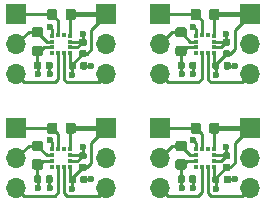
<source format=gbr>
G04 #@! TF.GenerationSoftware,KiCad,Pcbnew,5.1.4+dfsg1-1*
G04 #@! TF.CreationDate,2020-12-01T08:27:42+00:00*
G04 #@! TF.ProjectId,panel,70616e65-6c2e-46b6-9963-61645f706362,rev?*
G04 #@! TF.SameCoordinates,Original*
G04 #@! TF.FileFunction,Copper,L1,Top*
G04 #@! TF.FilePolarity,Positive*
%FSLAX46Y46*%
G04 Gerber Fmt 4.6, Leading zero omitted, Abs format (unit mm)*
G04 Created by KiCad (PCBNEW 5.1.4+dfsg1-1) date 2020-12-01 08:27:42*
%MOMM*%
%LPD*%
G04 APERTURE LIST*
G04 #@! TA.AperFunction,Conductor*
%ADD10C,0.350000*%
G04 #@! TD*
G04 #@! TA.AperFunction,SMDPad,CuDef*
%ADD11C,0.590000*%
G04 #@! TD*
G04 #@! TA.AperFunction,SMDPad,CuDef*
%ADD12R,0.375000X0.350000*%
G04 #@! TD*
G04 #@! TA.AperFunction,SMDPad,CuDef*
%ADD13R,0.350000X0.375000*%
G04 #@! TD*
G04 #@! TA.AperFunction,SMDPad,CuDef*
%ADD14C,0.875000*%
G04 #@! TD*
G04 #@! TA.AperFunction,ComponentPad*
%ADD15R,1.700000X1.700000*%
G04 #@! TD*
G04 #@! TA.AperFunction,ComponentPad*
%ADD16O,1.700000X1.700000*%
G04 #@! TD*
G04 #@! TA.AperFunction,ViaPad*
%ADD17C,0.600000*%
G04 #@! TD*
G04 #@! TA.AperFunction,Conductor*
%ADD18C,0.250000*%
G04 #@! TD*
G04 #@! TA.AperFunction,Conductor*
%ADD19C,0.400000*%
G04 #@! TD*
G04 APERTURE END LIST*
D10*
G04 #@! TO.N,Board_4-+3V3*
G04 #@! TO.C,C1*
G36*
X69236967Y-63920720D02*
G01*
X69251285Y-63922844D01*
X69265326Y-63926361D01*
X69278955Y-63931238D01*
X69292040Y-63937427D01*
X69304456Y-63944868D01*
X69316082Y-63953491D01*
X69326807Y-63963212D01*
X69336528Y-63973937D01*
X69345151Y-63985563D01*
X69352592Y-63997979D01*
X69358781Y-64011064D01*
X69363658Y-64024693D01*
X69367175Y-64038734D01*
X69369299Y-64053052D01*
X69370009Y-64067510D01*
X69370009Y-64362510D01*
X69369299Y-64376968D01*
X69367175Y-64391286D01*
X69363658Y-64405327D01*
X69358781Y-64418956D01*
X69352592Y-64432041D01*
X69345151Y-64444457D01*
X69336528Y-64456083D01*
X69326807Y-64466808D01*
X69316082Y-64476529D01*
X69304456Y-64485152D01*
X69292040Y-64492593D01*
X69278955Y-64498782D01*
X69265326Y-64503659D01*
X69251285Y-64507176D01*
X69236967Y-64509300D01*
X69222509Y-64510010D01*
X68877509Y-64510010D01*
X68863051Y-64509300D01*
X68848733Y-64507176D01*
X68834692Y-64503659D01*
X68821063Y-64498782D01*
X68807978Y-64492593D01*
X68795562Y-64485152D01*
X68783936Y-64476529D01*
X68773211Y-64466808D01*
X68763490Y-64456083D01*
X68754867Y-64444457D01*
X68747426Y-64432041D01*
X68741237Y-64418956D01*
X68736360Y-64405327D01*
X68732843Y-64391286D01*
X68730719Y-64376968D01*
X68730009Y-64362510D01*
X68730009Y-64067510D01*
X68730719Y-64053052D01*
X68732843Y-64038734D01*
X68736360Y-64024693D01*
X68741237Y-64011064D01*
X68747426Y-63997979D01*
X68754867Y-63985563D01*
X68763490Y-63973937D01*
X68773211Y-63963212D01*
X68783936Y-63953491D01*
X68795562Y-63944868D01*
X68807978Y-63937427D01*
X68821063Y-63931238D01*
X68834692Y-63926361D01*
X68848733Y-63922844D01*
X68863051Y-63920720D01*
X68877509Y-63920010D01*
X69222509Y-63920010D01*
X69236967Y-63920720D01*
X69236967Y-63920720D01*
G37*
D11*
G04 #@! TD*
G04 #@! TO.P,C1,1*
G04 #@! TO.N,Board_4-+3V3*
X69050009Y-64215010D03*
D10*
G04 #@! TO.N,Board_4-GND*
G04 #@! TO.C,C1*
G36*
X69236967Y-62950720D02*
G01*
X69251285Y-62952844D01*
X69265326Y-62956361D01*
X69278955Y-62961238D01*
X69292040Y-62967427D01*
X69304456Y-62974868D01*
X69316082Y-62983491D01*
X69326807Y-62993212D01*
X69336528Y-63003937D01*
X69345151Y-63015563D01*
X69352592Y-63027979D01*
X69358781Y-63041064D01*
X69363658Y-63054693D01*
X69367175Y-63068734D01*
X69369299Y-63083052D01*
X69370009Y-63097510D01*
X69370009Y-63392510D01*
X69369299Y-63406968D01*
X69367175Y-63421286D01*
X69363658Y-63435327D01*
X69358781Y-63448956D01*
X69352592Y-63462041D01*
X69345151Y-63474457D01*
X69336528Y-63486083D01*
X69326807Y-63496808D01*
X69316082Y-63506529D01*
X69304456Y-63515152D01*
X69292040Y-63522593D01*
X69278955Y-63528782D01*
X69265326Y-63533659D01*
X69251285Y-63537176D01*
X69236967Y-63539300D01*
X69222509Y-63540010D01*
X68877509Y-63540010D01*
X68863051Y-63539300D01*
X68848733Y-63537176D01*
X68834692Y-63533659D01*
X68821063Y-63528782D01*
X68807978Y-63522593D01*
X68795562Y-63515152D01*
X68783936Y-63506529D01*
X68773211Y-63496808D01*
X68763490Y-63486083D01*
X68754867Y-63474457D01*
X68747426Y-63462041D01*
X68741237Y-63448956D01*
X68736360Y-63435327D01*
X68732843Y-63421286D01*
X68730719Y-63406968D01*
X68730009Y-63392510D01*
X68730009Y-63097510D01*
X68730719Y-63083052D01*
X68732843Y-63068734D01*
X68736360Y-63054693D01*
X68741237Y-63041064D01*
X68747426Y-63027979D01*
X68754867Y-63015563D01*
X68763490Y-63003937D01*
X68773211Y-62993212D01*
X68783936Y-62983491D01*
X68795562Y-62974868D01*
X68807978Y-62967427D01*
X68821063Y-62961238D01*
X68834692Y-62956361D01*
X68848733Y-62952844D01*
X68863051Y-62950720D01*
X68877509Y-62950010D01*
X69222509Y-62950010D01*
X69236967Y-62950720D01*
X69236967Y-62950720D01*
G37*
D11*
G04 #@! TD*
G04 #@! TO.P,C1,2*
G04 #@! TO.N,Board_4-GND*
X69050009Y-63245010D03*
D12*
G04 #@! TO.P,U1,2*
G04 #@! TO.N,Board_4-I2C_DATA*
X66477509Y-63180010D03*
G04 #@! TO.P,U1,3*
G04 #@! TO.N,Board_4-+3V3*
X66477509Y-63680010D03*
G04 #@! TO.P,U1,9*
G04 #@! TO.N,Board_4-GND*
X68002509Y-63180010D03*
G04 #@! TO.P,U1,8*
X68002509Y-63680010D03*
G04 #@! TO.P,U1,4*
G04 #@! TO.N,N/C*
X66477509Y-64180010D03*
G04 #@! TO.P,U1,7*
G04 #@! TO.N,Board_4-+3V3*
X68002509Y-64180010D03*
G04 #@! TO.P,U1,1*
G04 #@! TO.N,Board_4-GND*
X66477509Y-62680010D03*
G04 #@! TO.P,U1,10*
G04 #@! TO.N,Board_4-+3V3*
X68002509Y-62680010D03*
D13*
G04 #@! TO.P,U1,5*
G04 #@! TO.N,Board_4-INT_1*
X66990009Y-64192510D03*
G04 #@! TO.P,U1,6*
G04 #@! TO.N,Board_4-INT_2*
X67490009Y-64192510D03*
G04 #@! TO.P,U1,11*
G04 #@! TO.N,N/C*
X67490009Y-62667510D03*
G04 #@! TO.P,U1,12*
G04 #@! TO.N,Board_4-I2C_CLK*
X66990009Y-62667510D03*
G04 #@! TD*
D10*
G04 #@! TO.N,Board_4-+3V3*
G04 #@! TO.C,C3*
G36*
X65392967Y-64888720D02*
G01*
X65407285Y-64890844D01*
X65421326Y-64894361D01*
X65434955Y-64899238D01*
X65448040Y-64905427D01*
X65460456Y-64912868D01*
X65472082Y-64921491D01*
X65482807Y-64931212D01*
X65492528Y-64941937D01*
X65501151Y-64953563D01*
X65508592Y-64965979D01*
X65514781Y-64979064D01*
X65519658Y-64992693D01*
X65523175Y-65006734D01*
X65525299Y-65021052D01*
X65526009Y-65035510D01*
X65526009Y-65380510D01*
X65525299Y-65394968D01*
X65523175Y-65409286D01*
X65519658Y-65423327D01*
X65514781Y-65436956D01*
X65508592Y-65450041D01*
X65501151Y-65462457D01*
X65492528Y-65474083D01*
X65482807Y-65484808D01*
X65472082Y-65494529D01*
X65460456Y-65503152D01*
X65448040Y-65510593D01*
X65434955Y-65516782D01*
X65421326Y-65521659D01*
X65407285Y-65525176D01*
X65392967Y-65527300D01*
X65378509Y-65528010D01*
X65083509Y-65528010D01*
X65069051Y-65527300D01*
X65054733Y-65525176D01*
X65040692Y-65521659D01*
X65027063Y-65516782D01*
X65013978Y-65510593D01*
X65001562Y-65503152D01*
X64989936Y-65494529D01*
X64979211Y-65484808D01*
X64969490Y-65474083D01*
X64960867Y-65462457D01*
X64953426Y-65450041D01*
X64947237Y-65436956D01*
X64942360Y-65423327D01*
X64938843Y-65409286D01*
X64936719Y-65394968D01*
X64936009Y-65380510D01*
X64936009Y-65035510D01*
X64936719Y-65021052D01*
X64938843Y-65006734D01*
X64942360Y-64992693D01*
X64947237Y-64979064D01*
X64953426Y-64965979D01*
X64960867Y-64953563D01*
X64969490Y-64941937D01*
X64979211Y-64931212D01*
X64989936Y-64921491D01*
X65001562Y-64912868D01*
X65013978Y-64905427D01*
X65027063Y-64899238D01*
X65040692Y-64894361D01*
X65054733Y-64890844D01*
X65069051Y-64888720D01*
X65083509Y-64888010D01*
X65378509Y-64888010D01*
X65392967Y-64888720D01*
X65392967Y-64888720D01*
G37*
D11*
G04 #@! TD*
G04 #@! TO.P,C3,1*
G04 #@! TO.N,Board_4-+3V3*
X65231009Y-65208010D03*
D10*
G04 #@! TO.N,Board_4-GND*
G04 #@! TO.C,C3*
G36*
X66362967Y-64888720D02*
G01*
X66377285Y-64890844D01*
X66391326Y-64894361D01*
X66404955Y-64899238D01*
X66418040Y-64905427D01*
X66430456Y-64912868D01*
X66442082Y-64921491D01*
X66452807Y-64931212D01*
X66462528Y-64941937D01*
X66471151Y-64953563D01*
X66478592Y-64965979D01*
X66484781Y-64979064D01*
X66489658Y-64992693D01*
X66493175Y-65006734D01*
X66495299Y-65021052D01*
X66496009Y-65035510D01*
X66496009Y-65380510D01*
X66495299Y-65394968D01*
X66493175Y-65409286D01*
X66489658Y-65423327D01*
X66484781Y-65436956D01*
X66478592Y-65450041D01*
X66471151Y-65462457D01*
X66462528Y-65474083D01*
X66452807Y-65484808D01*
X66442082Y-65494529D01*
X66430456Y-65503152D01*
X66418040Y-65510593D01*
X66404955Y-65516782D01*
X66391326Y-65521659D01*
X66377285Y-65525176D01*
X66362967Y-65527300D01*
X66348509Y-65528010D01*
X66053509Y-65528010D01*
X66039051Y-65527300D01*
X66024733Y-65525176D01*
X66010692Y-65521659D01*
X65997063Y-65516782D01*
X65983978Y-65510593D01*
X65971562Y-65503152D01*
X65959936Y-65494529D01*
X65949211Y-65484808D01*
X65939490Y-65474083D01*
X65930867Y-65462457D01*
X65923426Y-65450041D01*
X65917237Y-65436956D01*
X65912360Y-65423327D01*
X65908843Y-65409286D01*
X65906719Y-65394968D01*
X65906009Y-65380510D01*
X65906009Y-65035510D01*
X65906719Y-65021052D01*
X65908843Y-65006734D01*
X65912360Y-64992693D01*
X65917237Y-64979064D01*
X65923426Y-64965979D01*
X65930867Y-64953563D01*
X65939490Y-64941937D01*
X65949211Y-64931212D01*
X65959936Y-64921491D01*
X65971562Y-64912868D01*
X65983978Y-64905427D01*
X65997063Y-64899238D01*
X66010692Y-64894361D01*
X66024733Y-64890844D01*
X66039051Y-64888720D01*
X66053509Y-64888010D01*
X66348509Y-64888010D01*
X66362967Y-64888720D01*
X66362967Y-64888720D01*
G37*
D11*
G04 #@! TD*
G04 #@! TO.P,C3,2*
G04 #@! TO.N,Board_4-GND*
X66201009Y-65208010D03*
D10*
G04 #@! TO.N,Board_4-+3V3*
G04 #@! TO.C,C2*
G36*
X68326967Y-64910720D02*
G01*
X68341285Y-64912844D01*
X68355326Y-64916361D01*
X68368955Y-64921238D01*
X68382040Y-64927427D01*
X68394456Y-64934868D01*
X68406082Y-64943491D01*
X68416807Y-64953212D01*
X68426528Y-64963937D01*
X68435151Y-64975563D01*
X68442592Y-64987979D01*
X68448781Y-65001064D01*
X68453658Y-65014693D01*
X68457175Y-65028734D01*
X68459299Y-65043052D01*
X68460009Y-65057510D01*
X68460009Y-65402510D01*
X68459299Y-65416968D01*
X68457175Y-65431286D01*
X68453658Y-65445327D01*
X68448781Y-65458956D01*
X68442592Y-65472041D01*
X68435151Y-65484457D01*
X68426528Y-65496083D01*
X68416807Y-65506808D01*
X68406082Y-65516529D01*
X68394456Y-65525152D01*
X68382040Y-65532593D01*
X68368955Y-65538782D01*
X68355326Y-65543659D01*
X68341285Y-65547176D01*
X68326967Y-65549300D01*
X68312509Y-65550010D01*
X68017509Y-65550010D01*
X68003051Y-65549300D01*
X67988733Y-65547176D01*
X67974692Y-65543659D01*
X67961063Y-65538782D01*
X67947978Y-65532593D01*
X67935562Y-65525152D01*
X67923936Y-65516529D01*
X67913211Y-65506808D01*
X67903490Y-65496083D01*
X67894867Y-65484457D01*
X67887426Y-65472041D01*
X67881237Y-65458956D01*
X67876360Y-65445327D01*
X67872843Y-65431286D01*
X67870719Y-65416968D01*
X67870009Y-65402510D01*
X67870009Y-65057510D01*
X67870719Y-65043052D01*
X67872843Y-65028734D01*
X67876360Y-65014693D01*
X67881237Y-65001064D01*
X67887426Y-64987979D01*
X67894867Y-64975563D01*
X67903490Y-64963937D01*
X67913211Y-64953212D01*
X67923936Y-64943491D01*
X67935562Y-64934868D01*
X67947978Y-64927427D01*
X67961063Y-64921238D01*
X67974692Y-64916361D01*
X67988733Y-64912844D01*
X68003051Y-64910720D01*
X68017509Y-64910010D01*
X68312509Y-64910010D01*
X68326967Y-64910720D01*
X68326967Y-64910720D01*
G37*
D11*
G04 #@! TD*
G04 #@! TO.P,C2,1*
G04 #@! TO.N,Board_4-+3V3*
X68165009Y-65230010D03*
D10*
G04 #@! TO.N,Board_4-GND*
G04 #@! TO.C,C2*
G36*
X69296967Y-64910720D02*
G01*
X69311285Y-64912844D01*
X69325326Y-64916361D01*
X69338955Y-64921238D01*
X69352040Y-64927427D01*
X69364456Y-64934868D01*
X69376082Y-64943491D01*
X69386807Y-64953212D01*
X69396528Y-64963937D01*
X69405151Y-64975563D01*
X69412592Y-64987979D01*
X69418781Y-65001064D01*
X69423658Y-65014693D01*
X69427175Y-65028734D01*
X69429299Y-65043052D01*
X69430009Y-65057510D01*
X69430009Y-65402510D01*
X69429299Y-65416968D01*
X69427175Y-65431286D01*
X69423658Y-65445327D01*
X69418781Y-65458956D01*
X69412592Y-65472041D01*
X69405151Y-65484457D01*
X69396528Y-65496083D01*
X69386807Y-65506808D01*
X69376082Y-65516529D01*
X69364456Y-65525152D01*
X69352040Y-65532593D01*
X69338955Y-65538782D01*
X69325326Y-65543659D01*
X69311285Y-65547176D01*
X69296967Y-65549300D01*
X69282509Y-65550010D01*
X68987509Y-65550010D01*
X68973051Y-65549300D01*
X68958733Y-65547176D01*
X68944692Y-65543659D01*
X68931063Y-65538782D01*
X68917978Y-65532593D01*
X68905562Y-65525152D01*
X68893936Y-65516529D01*
X68883211Y-65506808D01*
X68873490Y-65496083D01*
X68864867Y-65484457D01*
X68857426Y-65472041D01*
X68851237Y-65458956D01*
X68846360Y-65445327D01*
X68842843Y-65431286D01*
X68840719Y-65416968D01*
X68840009Y-65402510D01*
X68840009Y-65057510D01*
X68840719Y-65043052D01*
X68842843Y-65028734D01*
X68846360Y-65014693D01*
X68851237Y-65001064D01*
X68857426Y-64987979D01*
X68864867Y-64975563D01*
X68873490Y-64963937D01*
X68883211Y-64953212D01*
X68893936Y-64943491D01*
X68905562Y-64934868D01*
X68917978Y-64927427D01*
X68931063Y-64921238D01*
X68944692Y-64916361D01*
X68958733Y-64912844D01*
X68973051Y-64910720D01*
X68987509Y-64910010D01*
X69282509Y-64910010D01*
X69296967Y-64910720D01*
X69296967Y-64910720D01*
G37*
D11*
G04 #@! TD*
G04 #@! TO.P,C2,2*
G04 #@! TO.N,Board_4-GND*
X69135009Y-65230010D03*
D10*
G04 #@! TO.N,Board_4-+3V3*
G04 #@! TO.C,R1*
G36*
X65485700Y-63527063D02*
G01*
X65506935Y-63530213D01*
X65527759Y-63535429D01*
X65547971Y-63542661D01*
X65567377Y-63551840D01*
X65585790Y-63562876D01*
X65603033Y-63575664D01*
X65618939Y-63590080D01*
X65633355Y-63605986D01*
X65646143Y-63623229D01*
X65657179Y-63641642D01*
X65666358Y-63661048D01*
X65673590Y-63681260D01*
X65678806Y-63702084D01*
X65681956Y-63723319D01*
X65683009Y-63744760D01*
X65683009Y-64182260D01*
X65681956Y-64203701D01*
X65678806Y-64224936D01*
X65673590Y-64245760D01*
X65666358Y-64265972D01*
X65657179Y-64285378D01*
X65646143Y-64303791D01*
X65633355Y-64321034D01*
X65618939Y-64336940D01*
X65603033Y-64351356D01*
X65585790Y-64364144D01*
X65567377Y-64375180D01*
X65547971Y-64384359D01*
X65527759Y-64391591D01*
X65506935Y-64396807D01*
X65485700Y-64399957D01*
X65464259Y-64401010D01*
X64951759Y-64401010D01*
X64930318Y-64399957D01*
X64909083Y-64396807D01*
X64888259Y-64391591D01*
X64868047Y-64384359D01*
X64848641Y-64375180D01*
X64830228Y-64364144D01*
X64812985Y-64351356D01*
X64797079Y-64336940D01*
X64782663Y-64321034D01*
X64769875Y-64303791D01*
X64758839Y-64285378D01*
X64749660Y-64265972D01*
X64742428Y-64245760D01*
X64737212Y-64224936D01*
X64734062Y-64203701D01*
X64733009Y-64182260D01*
X64733009Y-63744760D01*
X64734062Y-63723319D01*
X64737212Y-63702084D01*
X64742428Y-63681260D01*
X64749660Y-63661048D01*
X64758839Y-63641642D01*
X64769875Y-63623229D01*
X64782663Y-63605986D01*
X64797079Y-63590080D01*
X64812985Y-63575664D01*
X64830228Y-63562876D01*
X64848641Y-63551840D01*
X64868047Y-63542661D01*
X64888259Y-63535429D01*
X64909083Y-63530213D01*
X64930318Y-63527063D01*
X64951759Y-63526010D01*
X65464259Y-63526010D01*
X65485700Y-63527063D01*
X65485700Y-63527063D01*
G37*
D14*
G04 #@! TD*
G04 #@! TO.P,R1,1*
G04 #@! TO.N,Board_4-+3V3*
X65208009Y-63963510D03*
D10*
G04 #@! TO.N,Board_4-I2C_DATA*
G04 #@! TO.C,R1*
G36*
X65485700Y-61952063D02*
G01*
X65506935Y-61955213D01*
X65527759Y-61960429D01*
X65547971Y-61967661D01*
X65567377Y-61976840D01*
X65585790Y-61987876D01*
X65603033Y-62000664D01*
X65618939Y-62015080D01*
X65633355Y-62030986D01*
X65646143Y-62048229D01*
X65657179Y-62066642D01*
X65666358Y-62086048D01*
X65673590Y-62106260D01*
X65678806Y-62127084D01*
X65681956Y-62148319D01*
X65683009Y-62169760D01*
X65683009Y-62607260D01*
X65681956Y-62628701D01*
X65678806Y-62649936D01*
X65673590Y-62670760D01*
X65666358Y-62690972D01*
X65657179Y-62710378D01*
X65646143Y-62728791D01*
X65633355Y-62746034D01*
X65618939Y-62761940D01*
X65603033Y-62776356D01*
X65585790Y-62789144D01*
X65567377Y-62800180D01*
X65547971Y-62809359D01*
X65527759Y-62816591D01*
X65506935Y-62821807D01*
X65485700Y-62824957D01*
X65464259Y-62826010D01*
X64951759Y-62826010D01*
X64930318Y-62824957D01*
X64909083Y-62821807D01*
X64888259Y-62816591D01*
X64868047Y-62809359D01*
X64848641Y-62800180D01*
X64830228Y-62789144D01*
X64812985Y-62776356D01*
X64797079Y-62761940D01*
X64782663Y-62746034D01*
X64769875Y-62728791D01*
X64758839Y-62710378D01*
X64749660Y-62690972D01*
X64742428Y-62670760D01*
X64737212Y-62649936D01*
X64734062Y-62628701D01*
X64733009Y-62607260D01*
X64733009Y-62169760D01*
X64734062Y-62148319D01*
X64737212Y-62127084D01*
X64742428Y-62106260D01*
X64749660Y-62086048D01*
X64758839Y-62066642D01*
X64769875Y-62048229D01*
X64782663Y-62030986D01*
X64797079Y-62015080D01*
X64812985Y-62000664D01*
X64830228Y-61987876D01*
X64848641Y-61976840D01*
X64868047Y-61967661D01*
X64888259Y-61960429D01*
X64909083Y-61955213D01*
X64930318Y-61952063D01*
X64951759Y-61951010D01*
X65464259Y-61951010D01*
X65485700Y-61952063D01*
X65485700Y-61952063D01*
G37*
D14*
G04 #@! TD*
G04 #@! TO.P,R1,2*
G04 #@! TO.N,Board_4-I2C_DATA*
X65208009Y-62388510D03*
D10*
G04 #@! TO.N,Board_4-+3V3*
G04 #@! TO.C,R2*
G36*
X68267700Y-60416063D02*
G01*
X68288935Y-60419213D01*
X68309759Y-60424429D01*
X68329971Y-60431661D01*
X68349377Y-60440840D01*
X68367790Y-60451876D01*
X68385033Y-60464664D01*
X68400939Y-60479080D01*
X68415355Y-60494986D01*
X68428143Y-60512229D01*
X68439179Y-60530642D01*
X68448358Y-60550048D01*
X68455590Y-60570260D01*
X68460806Y-60591084D01*
X68463956Y-60612319D01*
X68465009Y-60633760D01*
X68465009Y-61146260D01*
X68463956Y-61167701D01*
X68460806Y-61188936D01*
X68455590Y-61209760D01*
X68448358Y-61229972D01*
X68439179Y-61249378D01*
X68428143Y-61267791D01*
X68415355Y-61285034D01*
X68400939Y-61300940D01*
X68385033Y-61315356D01*
X68367790Y-61328144D01*
X68349377Y-61339180D01*
X68329971Y-61348359D01*
X68309759Y-61355591D01*
X68288935Y-61360807D01*
X68267700Y-61363957D01*
X68246259Y-61365010D01*
X67808759Y-61365010D01*
X67787318Y-61363957D01*
X67766083Y-61360807D01*
X67745259Y-61355591D01*
X67725047Y-61348359D01*
X67705641Y-61339180D01*
X67687228Y-61328144D01*
X67669985Y-61315356D01*
X67654079Y-61300940D01*
X67639663Y-61285034D01*
X67626875Y-61267791D01*
X67615839Y-61249378D01*
X67606660Y-61229972D01*
X67599428Y-61209760D01*
X67594212Y-61188936D01*
X67591062Y-61167701D01*
X67590009Y-61146260D01*
X67590009Y-60633760D01*
X67591062Y-60612319D01*
X67594212Y-60591084D01*
X67599428Y-60570260D01*
X67606660Y-60550048D01*
X67615839Y-60530642D01*
X67626875Y-60512229D01*
X67639663Y-60494986D01*
X67654079Y-60479080D01*
X67669985Y-60464664D01*
X67687228Y-60451876D01*
X67705641Y-60440840D01*
X67725047Y-60431661D01*
X67745259Y-60424429D01*
X67766083Y-60419213D01*
X67787318Y-60416063D01*
X67808759Y-60415010D01*
X68246259Y-60415010D01*
X68267700Y-60416063D01*
X68267700Y-60416063D01*
G37*
D14*
G04 #@! TD*
G04 #@! TO.P,R2,1*
G04 #@! TO.N,Board_4-+3V3*
X68027509Y-60890010D03*
D10*
G04 #@! TO.N,Board_4-I2C_CLK*
G04 #@! TO.C,R2*
G36*
X66692700Y-60416063D02*
G01*
X66713935Y-60419213D01*
X66734759Y-60424429D01*
X66754971Y-60431661D01*
X66774377Y-60440840D01*
X66792790Y-60451876D01*
X66810033Y-60464664D01*
X66825939Y-60479080D01*
X66840355Y-60494986D01*
X66853143Y-60512229D01*
X66864179Y-60530642D01*
X66873358Y-60550048D01*
X66880590Y-60570260D01*
X66885806Y-60591084D01*
X66888956Y-60612319D01*
X66890009Y-60633760D01*
X66890009Y-61146260D01*
X66888956Y-61167701D01*
X66885806Y-61188936D01*
X66880590Y-61209760D01*
X66873358Y-61229972D01*
X66864179Y-61249378D01*
X66853143Y-61267791D01*
X66840355Y-61285034D01*
X66825939Y-61300940D01*
X66810033Y-61315356D01*
X66792790Y-61328144D01*
X66774377Y-61339180D01*
X66754971Y-61348359D01*
X66734759Y-61355591D01*
X66713935Y-61360807D01*
X66692700Y-61363957D01*
X66671259Y-61365010D01*
X66233759Y-61365010D01*
X66212318Y-61363957D01*
X66191083Y-61360807D01*
X66170259Y-61355591D01*
X66150047Y-61348359D01*
X66130641Y-61339180D01*
X66112228Y-61328144D01*
X66094985Y-61315356D01*
X66079079Y-61300940D01*
X66064663Y-61285034D01*
X66051875Y-61267791D01*
X66040839Y-61249378D01*
X66031660Y-61229972D01*
X66024428Y-61209760D01*
X66019212Y-61188936D01*
X66016062Y-61167701D01*
X66015009Y-61146260D01*
X66015009Y-60633760D01*
X66016062Y-60612319D01*
X66019212Y-60591084D01*
X66024428Y-60570260D01*
X66031660Y-60550048D01*
X66040839Y-60530642D01*
X66051875Y-60512229D01*
X66064663Y-60494986D01*
X66079079Y-60479080D01*
X66094985Y-60464664D01*
X66112228Y-60451876D01*
X66130641Y-60440840D01*
X66150047Y-60431661D01*
X66170259Y-60424429D01*
X66191083Y-60419213D01*
X66212318Y-60416063D01*
X66233759Y-60415010D01*
X66671259Y-60415010D01*
X66692700Y-60416063D01*
X66692700Y-60416063D01*
G37*
D14*
G04 #@! TD*
G04 #@! TO.P,R2,2*
G04 #@! TO.N,Board_4-I2C_CLK*
X66452509Y-60890010D03*
D15*
G04 #@! TO.P,J2,1*
G04 #@! TO.N,Board_4-+3V3*
X71050009Y-60890010D03*
D16*
G04 #@! TO.P,J2,2*
G04 #@! TO.N,Board_4-GND*
X71050009Y-63430010D03*
G04 #@! TO.P,J2,3*
G04 #@! TO.N,Board_4-INT_2*
X71050009Y-65970010D03*
G04 #@! TD*
D15*
G04 #@! TO.P,J1,1*
G04 #@! TO.N,Board_4-I2C_CLK*
X63430009Y-60890010D03*
D16*
G04 #@! TO.P,J1,2*
G04 #@! TO.N,Board_4-I2C_DATA*
X63430009Y-63430010D03*
G04 #@! TO.P,J1,3*
G04 #@! TO.N,Board_4-INT_1*
X63430009Y-65970010D03*
G04 #@! TD*
D10*
G04 #@! TO.N,Board_3-+3V3*
G04 #@! TO.C,C1*
G36*
X57076959Y-63920720D02*
G01*
X57091277Y-63922844D01*
X57105318Y-63926361D01*
X57118947Y-63931238D01*
X57132032Y-63937427D01*
X57144448Y-63944868D01*
X57156074Y-63953491D01*
X57166799Y-63963212D01*
X57176520Y-63973937D01*
X57185143Y-63985563D01*
X57192584Y-63997979D01*
X57198773Y-64011064D01*
X57203650Y-64024693D01*
X57207167Y-64038734D01*
X57209291Y-64053052D01*
X57210001Y-64067510D01*
X57210001Y-64362510D01*
X57209291Y-64376968D01*
X57207167Y-64391286D01*
X57203650Y-64405327D01*
X57198773Y-64418956D01*
X57192584Y-64432041D01*
X57185143Y-64444457D01*
X57176520Y-64456083D01*
X57166799Y-64466808D01*
X57156074Y-64476529D01*
X57144448Y-64485152D01*
X57132032Y-64492593D01*
X57118947Y-64498782D01*
X57105318Y-64503659D01*
X57091277Y-64507176D01*
X57076959Y-64509300D01*
X57062501Y-64510010D01*
X56717501Y-64510010D01*
X56703043Y-64509300D01*
X56688725Y-64507176D01*
X56674684Y-64503659D01*
X56661055Y-64498782D01*
X56647970Y-64492593D01*
X56635554Y-64485152D01*
X56623928Y-64476529D01*
X56613203Y-64466808D01*
X56603482Y-64456083D01*
X56594859Y-64444457D01*
X56587418Y-64432041D01*
X56581229Y-64418956D01*
X56576352Y-64405327D01*
X56572835Y-64391286D01*
X56570711Y-64376968D01*
X56570001Y-64362510D01*
X56570001Y-64067510D01*
X56570711Y-64053052D01*
X56572835Y-64038734D01*
X56576352Y-64024693D01*
X56581229Y-64011064D01*
X56587418Y-63997979D01*
X56594859Y-63985563D01*
X56603482Y-63973937D01*
X56613203Y-63963212D01*
X56623928Y-63953491D01*
X56635554Y-63944868D01*
X56647970Y-63937427D01*
X56661055Y-63931238D01*
X56674684Y-63926361D01*
X56688725Y-63922844D01*
X56703043Y-63920720D01*
X56717501Y-63920010D01*
X57062501Y-63920010D01*
X57076959Y-63920720D01*
X57076959Y-63920720D01*
G37*
D11*
G04 #@! TD*
G04 #@! TO.P,C1,1*
G04 #@! TO.N,Board_3-+3V3*
X56890001Y-64215010D03*
D10*
G04 #@! TO.N,Board_3-GND*
G04 #@! TO.C,C1*
G36*
X57076959Y-62950720D02*
G01*
X57091277Y-62952844D01*
X57105318Y-62956361D01*
X57118947Y-62961238D01*
X57132032Y-62967427D01*
X57144448Y-62974868D01*
X57156074Y-62983491D01*
X57166799Y-62993212D01*
X57176520Y-63003937D01*
X57185143Y-63015563D01*
X57192584Y-63027979D01*
X57198773Y-63041064D01*
X57203650Y-63054693D01*
X57207167Y-63068734D01*
X57209291Y-63083052D01*
X57210001Y-63097510D01*
X57210001Y-63392510D01*
X57209291Y-63406968D01*
X57207167Y-63421286D01*
X57203650Y-63435327D01*
X57198773Y-63448956D01*
X57192584Y-63462041D01*
X57185143Y-63474457D01*
X57176520Y-63486083D01*
X57166799Y-63496808D01*
X57156074Y-63506529D01*
X57144448Y-63515152D01*
X57132032Y-63522593D01*
X57118947Y-63528782D01*
X57105318Y-63533659D01*
X57091277Y-63537176D01*
X57076959Y-63539300D01*
X57062501Y-63540010D01*
X56717501Y-63540010D01*
X56703043Y-63539300D01*
X56688725Y-63537176D01*
X56674684Y-63533659D01*
X56661055Y-63528782D01*
X56647970Y-63522593D01*
X56635554Y-63515152D01*
X56623928Y-63506529D01*
X56613203Y-63496808D01*
X56603482Y-63486083D01*
X56594859Y-63474457D01*
X56587418Y-63462041D01*
X56581229Y-63448956D01*
X56576352Y-63435327D01*
X56572835Y-63421286D01*
X56570711Y-63406968D01*
X56570001Y-63392510D01*
X56570001Y-63097510D01*
X56570711Y-63083052D01*
X56572835Y-63068734D01*
X56576352Y-63054693D01*
X56581229Y-63041064D01*
X56587418Y-63027979D01*
X56594859Y-63015563D01*
X56603482Y-63003937D01*
X56613203Y-62993212D01*
X56623928Y-62983491D01*
X56635554Y-62974868D01*
X56647970Y-62967427D01*
X56661055Y-62961238D01*
X56674684Y-62956361D01*
X56688725Y-62952844D01*
X56703043Y-62950720D01*
X56717501Y-62950010D01*
X57062501Y-62950010D01*
X57076959Y-62950720D01*
X57076959Y-62950720D01*
G37*
D11*
G04 #@! TD*
G04 #@! TO.P,C1,2*
G04 #@! TO.N,Board_3-GND*
X56890001Y-63245010D03*
D12*
G04 #@! TO.P,U1,2*
G04 #@! TO.N,Board_3-I2C_DATA*
X54317501Y-63180010D03*
G04 #@! TO.P,U1,3*
G04 #@! TO.N,Board_3-+3V3*
X54317501Y-63680010D03*
G04 #@! TO.P,U1,9*
G04 #@! TO.N,Board_3-GND*
X55842501Y-63180010D03*
G04 #@! TO.P,U1,8*
X55842501Y-63680010D03*
G04 #@! TO.P,U1,4*
G04 #@! TO.N,N/C*
X54317501Y-64180010D03*
G04 #@! TO.P,U1,7*
G04 #@! TO.N,Board_3-+3V3*
X55842501Y-64180010D03*
G04 #@! TO.P,U1,1*
G04 #@! TO.N,Board_3-GND*
X54317501Y-62680010D03*
G04 #@! TO.P,U1,10*
G04 #@! TO.N,Board_3-+3V3*
X55842501Y-62680010D03*
D13*
G04 #@! TO.P,U1,5*
G04 #@! TO.N,Board_3-INT_1*
X54830001Y-64192510D03*
G04 #@! TO.P,U1,6*
G04 #@! TO.N,Board_3-INT_2*
X55330001Y-64192510D03*
G04 #@! TO.P,U1,11*
G04 #@! TO.N,N/C*
X55330001Y-62667510D03*
G04 #@! TO.P,U1,12*
G04 #@! TO.N,Board_3-I2C_CLK*
X54830001Y-62667510D03*
G04 #@! TD*
D10*
G04 #@! TO.N,Board_3-+3V3*
G04 #@! TO.C,C3*
G36*
X53232959Y-64888720D02*
G01*
X53247277Y-64890844D01*
X53261318Y-64894361D01*
X53274947Y-64899238D01*
X53288032Y-64905427D01*
X53300448Y-64912868D01*
X53312074Y-64921491D01*
X53322799Y-64931212D01*
X53332520Y-64941937D01*
X53341143Y-64953563D01*
X53348584Y-64965979D01*
X53354773Y-64979064D01*
X53359650Y-64992693D01*
X53363167Y-65006734D01*
X53365291Y-65021052D01*
X53366001Y-65035510D01*
X53366001Y-65380510D01*
X53365291Y-65394968D01*
X53363167Y-65409286D01*
X53359650Y-65423327D01*
X53354773Y-65436956D01*
X53348584Y-65450041D01*
X53341143Y-65462457D01*
X53332520Y-65474083D01*
X53322799Y-65484808D01*
X53312074Y-65494529D01*
X53300448Y-65503152D01*
X53288032Y-65510593D01*
X53274947Y-65516782D01*
X53261318Y-65521659D01*
X53247277Y-65525176D01*
X53232959Y-65527300D01*
X53218501Y-65528010D01*
X52923501Y-65528010D01*
X52909043Y-65527300D01*
X52894725Y-65525176D01*
X52880684Y-65521659D01*
X52867055Y-65516782D01*
X52853970Y-65510593D01*
X52841554Y-65503152D01*
X52829928Y-65494529D01*
X52819203Y-65484808D01*
X52809482Y-65474083D01*
X52800859Y-65462457D01*
X52793418Y-65450041D01*
X52787229Y-65436956D01*
X52782352Y-65423327D01*
X52778835Y-65409286D01*
X52776711Y-65394968D01*
X52776001Y-65380510D01*
X52776001Y-65035510D01*
X52776711Y-65021052D01*
X52778835Y-65006734D01*
X52782352Y-64992693D01*
X52787229Y-64979064D01*
X52793418Y-64965979D01*
X52800859Y-64953563D01*
X52809482Y-64941937D01*
X52819203Y-64931212D01*
X52829928Y-64921491D01*
X52841554Y-64912868D01*
X52853970Y-64905427D01*
X52867055Y-64899238D01*
X52880684Y-64894361D01*
X52894725Y-64890844D01*
X52909043Y-64888720D01*
X52923501Y-64888010D01*
X53218501Y-64888010D01*
X53232959Y-64888720D01*
X53232959Y-64888720D01*
G37*
D11*
G04 #@! TD*
G04 #@! TO.P,C3,1*
G04 #@! TO.N,Board_3-+3V3*
X53071001Y-65208010D03*
D10*
G04 #@! TO.N,Board_3-GND*
G04 #@! TO.C,C3*
G36*
X54202959Y-64888720D02*
G01*
X54217277Y-64890844D01*
X54231318Y-64894361D01*
X54244947Y-64899238D01*
X54258032Y-64905427D01*
X54270448Y-64912868D01*
X54282074Y-64921491D01*
X54292799Y-64931212D01*
X54302520Y-64941937D01*
X54311143Y-64953563D01*
X54318584Y-64965979D01*
X54324773Y-64979064D01*
X54329650Y-64992693D01*
X54333167Y-65006734D01*
X54335291Y-65021052D01*
X54336001Y-65035510D01*
X54336001Y-65380510D01*
X54335291Y-65394968D01*
X54333167Y-65409286D01*
X54329650Y-65423327D01*
X54324773Y-65436956D01*
X54318584Y-65450041D01*
X54311143Y-65462457D01*
X54302520Y-65474083D01*
X54292799Y-65484808D01*
X54282074Y-65494529D01*
X54270448Y-65503152D01*
X54258032Y-65510593D01*
X54244947Y-65516782D01*
X54231318Y-65521659D01*
X54217277Y-65525176D01*
X54202959Y-65527300D01*
X54188501Y-65528010D01*
X53893501Y-65528010D01*
X53879043Y-65527300D01*
X53864725Y-65525176D01*
X53850684Y-65521659D01*
X53837055Y-65516782D01*
X53823970Y-65510593D01*
X53811554Y-65503152D01*
X53799928Y-65494529D01*
X53789203Y-65484808D01*
X53779482Y-65474083D01*
X53770859Y-65462457D01*
X53763418Y-65450041D01*
X53757229Y-65436956D01*
X53752352Y-65423327D01*
X53748835Y-65409286D01*
X53746711Y-65394968D01*
X53746001Y-65380510D01*
X53746001Y-65035510D01*
X53746711Y-65021052D01*
X53748835Y-65006734D01*
X53752352Y-64992693D01*
X53757229Y-64979064D01*
X53763418Y-64965979D01*
X53770859Y-64953563D01*
X53779482Y-64941937D01*
X53789203Y-64931212D01*
X53799928Y-64921491D01*
X53811554Y-64912868D01*
X53823970Y-64905427D01*
X53837055Y-64899238D01*
X53850684Y-64894361D01*
X53864725Y-64890844D01*
X53879043Y-64888720D01*
X53893501Y-64888010D01*
X54188501Y-64888010D01*
X54202959Y-64888720D01*
X54202959Y-64888720D01*
G37*
D11*
G04 #@! TD*
G04 #@! TO.P,C3,2*
G04 #@! TO.N,Board_3-GND*
X54041001Y-65208010D03*
D10*
G04 #@! TO.N,Board_3-+3V3*
G04 #@! TO.C,C2*
G36*
X56166959Y-64910720D02*
G01*
X56181277Y-64912844D01*
X56195318Y-64916361D01*
X56208947Y-64921238D01*
X56222032Y-64927427D01*
X56234448Y-64934868D01*
X56246074Y-64943491D01*
X56256799Y-64953212D01*
X56266520Y-64963937D01*
X56275143Y-64975563D01*
X56282584Y-64987979D01*
X56288773Y-65001064D01*
X56293650Y-65014693D01*
X56297167Y-65028734D01*
X56299291Y-65043052D01*
X56300001Y-65057510D01*
X56300001Y-65402510D01*
X56299291Y-65416968D01*
X56297167Y-65431286D01*
X56293650Y-65445327D01*
X56288773Y-65458956D01*
X56282584Y-65472041D01*
X56275143Y-65484457D01*
X56266520Y-65496083D01*
X56256799Y-65506808D01*
X56246074Y-65516529D01*
X56234448Y-65525152D01*
X56222032Y-65532593D01*
X56208947Y-65538782D01*
X56195318Y-65543659D01*
X56181277Y-65547176D01*
X56166959Y-65549300D01*
X56152501Y-65550010D01*
X55857501Y-65550010D01*
X55843043Y-65549300D01*
X55828725Y-65547176D01*
X55814684Y-65543659D01*
X55801055Y-65538782D01*
X55787970Y-65532593D01*
X55775554Y-65525152D01*
X55763928Y-65516529D01*
X55753203Y-65506808D01*
X55743482Y-65496083D01*
X55734859Y-65484457D01*
X55727418Y-65472041D01*
X55721229Y-65458956D01*
X55716352Y-65445327D01*
X55712835Y-65431286D01*
X55710711Y-65416968D01*
X55710001Y-65402510D01*
X55710001Y-65057510D01*
X55710711Y-65043052D01*
X55712835Y-65028734D01*
X55716352Y-65014693D01*
X55721229Y-65001064D01*
X55727418Y-64987979D01*
X55734859Y-64975563D01*
X55743482Y-64963937D01*
X55753203Y-64953212D01*
X55763928Y-64943491D01*
X55775554Y-64934868D01*
X55787970Y-64927427D01*
X55801055Y-64921238D01*
X55814684Y-64916361D01*
X55828725Y-64912844D01*
X55843043Y-64910720D01*
X55857501Y-64910010D01*
X56152501Y-64910010D01*
X56166959Y-64910720D01*
X56166959Y-64910720D01*
G37*
D11*
G04 #@! TD*
G04 #@! TO.P,C2,1*
G04 #@! TO.N,Board_3-+3V3*
X56005001Y-65230010D03*
D10*
G04 #@! TO.N,Board_3-GND*
G04 #@! TO.C,C2*
G36*
X57136959Y-64910720D02*
G01*
X57151277Y-64912844D01*
X57165318Y-64916361D01*
X57178947Y-64921238D01*
X57192032Y-64927427D01*
X57204448Y-64934868D01*
X57216074Y-64943491D01*
X57226799Y-64953212D01*
X57236520Y-64963937D01*
X57245143Y-64975563D01*
X57252584Y-64987979D01*
X57258773Y-65001064D01*
X57263650Y-65014693D01*
X57267167Y-65028734D01*
X57269291Y-65043052D01*
X57270001Y-65057510D01*
X57270001Y-65402510D01*
X57269291Y-65416968D01*
X57267167Y-65431286D01*
X57263650Y-65445327D01*
X57258773Y-65458956D01*
X57252584Y-65472041D01*
X57245143Y-65484457D01*
X57236520Y-65496083D01*
X57226799Y-65506808D01*
X57216074Y-65516529D01*
X57204448Y-65525152D01*
X57192032Y-65532593D01*
X57178947Y-65538782D01*
X57165318Y-65543659D01*
X57151277Y-65547176D01*
X57136959Y-65549300D01*
X57122501Y-65550010D01*
X56827501Y-65550010D01*
X56813043Y-65549300D01*
X56798725Y-65547176D01*
X56784684Y-65543659D01*
X56771055Y-65538782D01*
X56757970Y-65532593D01*
X56745554Y-65525152D01*
X56733928Y-65516529D01*
X56723203Y-65506808D01*
X56713482Y-65496083D01*
X56704859Y-65484457D01*
X56697418Y-65472041D01*
X56691229Y-65458956D01*
X56686352Y-65445327D01*
X56682835Y-65431286D01*
X56680711Y-65416968D01*
X56680001Y-65402510D01*
X56680001Y-65057510D01*
X56680711Y-65043052D01*
X56682835Y-65028734D01*
X56686352Y-65014693D01*
X56691229Y-65001064D01*
X56697418Y-64987979D01*
X56704859Y-64975563D01*
X56713482Y-64963937D01*
X56723203Y-64953212D01*
X56733928Y-64943491D01*
X56745554Y-64934868D01*
X56757970Y-64927427D01*
X56771055Y-64921238D01*
X56784684Y-64916361D01*
X56798725Y-64912844D01*
X56813043Y-64910720D01*
X56827501Y-64910010D01*
X57122501Y-64910010D01*
X57136959Y-64910720D01*
X57136959Y-64910720D01*
G37*
D11*
G04 #@! TD*
G04 #@! TO.P,C2,2*
G04 #@! TO.N,Board_3-GND*
X56975001Y-65230010D03*
D10*
G04 #@! TO.N,Board_3-+3V3*
G04 #@! TO.C,R1*
G36*
X53325692Y-63527063D02*
G01*
X53346927Y-63530213D01*
X53367751Y-63535429D01*
X53387963Y-63542661D01*
X53407369Y-63551840D01*
X53425782Y-63562876D01*
X53443025Y-63575664D01*
X53458931Y-63590080D01*
X53473347Y-63605986D01*
X53486135Y-63623229D01*
X53497171Y-63641642D01*
X53506350Y-63661048D01*
X53513582Y-63681260D01*
X53518798Y-63702084D01*
X53521948Y-63723319D01*
X53523001Y-63744760D01*
X53523001Y-64182260D01*
X53521948Y-64203701D01*
X53518798Y-64224936D01*
X53513582Y-64245760D01*
X53506350Y-64265972D01*
X53497171Y-64285378D01*
X53486135Y-64303791D01*
X53473347Y-64321034D01*
X53458931Y-64336940D01*
X53443025Y-64351356D01*
X53425782Y-64364144D01*
X53407369Y-64375180D01*
X53387963Y-64384359D01*
X53367751Y-64391591D01*
X53346927Y-64396807D01*
X53325692Y-64399957D01*
X53304251Y-64401010D01*
X52791751Y-64401010D01*
X52770310Y-64399957D01*
X52749075Y-64396807D01*
X52728251Y-64391591D01*
X52708039Y-64384359D01*
X52688633Y-64375180D01*
X52670220Y-64364144D01*
X52652977Y-64351356D01*
X52637071Y-64336940D01*
X52622655Y-64321034D01*
X52609867Y-64303791D01*
X52598831Y-64285378D01*
X52589652Y-64265972D01*
X52582420Y-64245760D01*
X52577204Y-64224936D01*
X52574054Y-64203701D01*
X52573001Y-64182260D01*
X52573001Y-63744760D01*
X52574054Y-63723319D01*
X52577204Y-63702084D01*
X52582420Y-63681260D01*
X52589652Y-63661048D01*
X52598831Y-63641642D01*
X52609867Y-63623229D01*
X52622655Y-63605986D01*
X52637071Y-63590080D01*
X52652977Y-63575664D01*
X52670220Y-63562876D01*
X52688633Y-63551840D01*
X52708039Y-63542661D01*
X52728251Y-63535429D01*
X52749075Y-63530213D01*
X52770310Y-63527063D01*
X52791751Y-63526010D01*
X53304251Y-63526010D01*
X53325692Y-63527063D01*
X53325692Y-63527063D01*
G37*
D14*
G04 #@! TD*
G04 #@! TO.P,R1,1*
G04 #@! TO.N,Board_3-+3V3*
X53048001Y-63963510D03*
D10*
G04 #@! TO.N,Board_3-I2C_DATA*
G04 #@! TO.C,R1*
G36*
X53325692Y-61952063D02*
G01*
X53346927Y-61955213D01*
X53367751Y-61960429D01*
X53387963Y-61967661D01*
X53407369Y-61976840D01*
X53425782Y-61987876D01*
X53443025Y-62000664D01*
X53458931Y-62015080D01*
X53473347Y-62030986D01*
X53486135Y-62048229D01*
X53497171Y-62066642D01*
X53506350Y-62086048D01*
X53513582Y-62106260D01*
X53518798Y-62127084D01*
X53521948Y-62148319D01*
X53523001Y-62169760D01*
X53523001Y-62607260D01*
X53521948Y-62628701D01*
X53518798Y-62649936D01*
X53513582Y-62670760D01*
X53506350Y-62690972D01*
X53497171Y-62710378D01*
X53486135Y-62728791D01*
X53473347Y-62746034D01*
X53458931Y-62761940D01*
X53443025Y-62776356D01*
X53425782Y-62789144D01*
X53407369Y-62800180D01*
X53387963Y-62809359D01*
X53367751Y-62816591D01*
X53346927Y-62821807D01*
X53325692Y-62824957D01*
X53304251Y-62826010D01*
X52791751Y-62826010D01*
X52770310Y-62824957D01*
X52749075Y-62821807D01*
X52728251Y-62816591D01*
X52708039Y-62809359D01*
X52688633Y-62800180D01*
X52670220Y-62789144D01*
X52652977Y-62776356D01*
X52637071Y-62761940D01*
X52622655Y-62746034D01*
X52609867Y-62728791D01*
X52598831Y-62710378D01*
X52589652Y-62690972D01*
X52582420Y-62670760D01*
X52577204Y-62649936D01*
X52574054Y-62628701D01*
X52573001Y-62607260D01*
X52573001Y-62169760D01*
X52574054Y-62148319D01*
X52577204Y-62127084D01*
X52582420Y-62106260D01*
X52589652Y-62086048D01*
X52598831Y-62066642D01*
X52609867Y-62048229D01*
X52622655Y-62030986D01*
X52637071Y-62015080D01*
X52652977Y-62000664D01*
X52670220Y-61987876D01*
X52688633Y-61976840D01*
X52708039Y-61967661D01*
X52728251Y-61960429D01*
X52749075Y-61955213D01*
X52770310Y-61952063D01*
X52791751Y-61951010D01*
X53304251Y-61951010D01*
X53325692Y-61952063D01*
X53325692Y-61952063D01*
G37*
D14*
G04 #@! TD*
G04 #@! TO.P,R1,2*
G04 #@! TO.N,Board_3-I2C_DATA*
X53048001Y-62388510D03*
D10*
G04 #@! TO.N,Board_3-+3V3*
G04 #@! TO.C,R2*
G36*
X56107692Y-60416063D02*
G01*
X56128927Y-60419213D01*
X56149751Y-60424429D01*
X56169963Y-60431661D01*
X56189369Y-60440840D01*
X56207782Y-60451876D01*
X56225025Y-60464664D01*
X56240931Y-60479080D01*
X56255347Y-60494986D01*
X56268135Y-60512229D01*
X56279171Y-60530642D01*
X56288350Y-60550048D01*
X56295582Y-60570260D01*
X56300798Y-60591084D01*
X56303948Y-60612319D01*
X56305001Y-60633760D01*
X56305001Y-61146260D01*
X56303948Y-61167701D01*
X56300798Y-61188936D01*
X56295582Y-61209760D01*
X56288350Y-61229972D01*
X56279171Y-61249378D01*
X56268135Y-61267791D01*
X56255347Y-61285034D01*
X56240931Y-61300940D01*
X56225025Y-61315356D01*
X56207782Y-61328144D01*
X56189369Y-61339180D01*
X56169963Y-61348359D01*
X56149751Y-61355591D01*
X56128927Y-61360807D01*
X56107692Y-61363957D01*
X56086251Y-61365010D01*
X55648751Y-61365010D01*
X55627310Y-61363957D01*
X55606075Y-61360807D01*
X55585251Y-61355591D01*
X55565039Y-61348359D01*
X55545633Y-61339180D01*
X55527220Y-61328144D01*
X55509977Y-61315356D01*
X55494071Y-61300940D01*
X55479655Y-61285034D01*
X55466867Y-61267791D01*
X55455831Y-61249378D01*
X55446652Y-61229972D01*
X55439420Y-61209760D01*
X55434204Y-61188936D01*
X55431054Y-61167701D01*
X55430001Y-61146260D01*
X55430001Y-60633760D01*
X55431054Y-60612319D01*
X55434204Y-60591084D01*
X55439420Y-60570260D01*
X55446652Y-60550048D01*
X55455831Y-60530642D01*
X55466867Y-60512229D01*
X55479655Y-60494986D01*
X55494071Y-60479080D01*
X55509977Y-60464664D01*
X55527220Y-60451876D01*
X55545633Y-60440840D01*
X55565039Y-60431661D01*
X55585251Y-60424429D01*
X55606075Y-60419213D01*
X55627310Y-60416063D01*
X55648751Y-60415010D01*
X56086251Y-60415010D01*
X56107692Y-60416063D01*
X56107692Y-60416063D01*
G37*
D14*
G04 #@! TD*
G04 #@! TO.P,R2,1*
G04 #@! TO.N,Board_3-+3V3*
X55867501Y-60890010D03*
D10*
G04 #@! TO.N,Board_3-I2C_CLK*
G04 #@! TO.C,R2*
G36*
X54532692Y-60416063D02*
G01*
X54553927Y-60419213D01*
X54574751Y-60424429D01*
X54594963Y-60431661D01*
X54614369Y-60440840D01*
X54632782Y-60451876D01*
X54650025Y-60464664D01*
X54665931Y-60479080D01*
X54680347Y-60494986D01*
X54693135Y-60512229D01*
X54704171Y-60530642D01*
X54713350Y-60550048D01*
X54720582Y-60570260D01*
X54725798Y-60591084D01*
X54728948Y-60612319D01*
X54730001Y-60633760D01*
X54730001Y-61146260D01*
X54728948Y-61167701D01*
X54725798Y-61188936D01*
X54720582Y-61209760D01*
X54713350Y-61229972D01*
X54704171Y-61249378D01*
X54693135Y-61267791D01*
X54680347Y-61285034D01*
X54665931Y-61300940D01*
X54650025Y-61315356D01*
X54632782Y-61328144D01*
X54614369Y-61339180D01*
X54594963Y-61348359D01*
X54574751Y-61355591D01*
X54553927Y-61360807D01*
X54532692Y-61363957D01*
X54511251Y-61365010D01*
X54073751Y-61365010D01*
X54052310Y-61363957D01*
X54031075Y-61360807D01*
X54010251Y-61355591D01*
X53990039Y-61348359D01*
X53970633Y-61339180D01*
X53952220Y-61328144D01*
X53934977Y-61315356D01*
X53919071Y-61300940D01*
X53904655Y-61285034D01*
X53891867Y-61267791D01*
X53880831Y-61249378D01*
X53871652Y-61229972D01*
X53864420Y-61209760D01*
X53859204Y-61188936D01*
X53856054Y-61167701D01*
X53855001Y-61146260D01*
X53855001Y-60633760D01*
X53856054Y-60612319D01*
X53859204Y-60591084D01*
X53864420Y-60570260D01*
X53871652Y-60550048D01*
X53880831Y-60530642D01*
X53891867Y-60512229D01*
X53904655Y-60494986D01*
X53919071Y-60479080D01*
X53934977Y-60464664D01*
X53952220Y-60451876D01*
X53970633Y-60440840D01*
X53990039Y-60431661D01*
X54010251Y-60424429D01*
X54031075Y-60419213D01*
X54052310Y-60416063D01*
X54073751Y-60415010D01*
X54511251Y-60415010D01*
X54532692Y-60416063D01*
X54532692Y-60416063D01*
G37*
D14*
G04 #@! TD*
G04 #@! TO.P,R2,2*
G04 #@! TO.N,Board_3-I2C_CLK*
X54292501Y-60890010D03*
D15*
G04 #@! TO.P,J2,1*
G04 #@! TO.N,Board_3-+3V3*
X58890001Y-60890010D03*
D16*
G04 #@! TO.P,J2,2*
G04 #@! TO.N,Board_3-GND*
X58890001Y-63430010D03*
G04 #@! TO.P,J2,3*
G04 #@! TO.N,Board_3-INT_2*
X58890001Y-65970010D03*
G04 #@! TD*
D15*
G04 #@! TO.P,J1,1*
G04 #@! TO.N,Board_3-I2C_CLK*
X51270001Y-60890010D03*
D16*
G04 #@! TO.P,J1,2*
G04 #@! TO.N,Board_3-I2C_DATA*
X51270001Y-63430010D03*
G04 #@! TO.P,J1,3*
G04 #@! TO.N,Board_3-INT_1*
X51270001Y-65970010D03*
G04 #@! TD*
D10*
G04 #@! TO.N,Board_2-+3V3*
G04 #@! TO.C,C1*
G36*
X69236967Y-54300711D02*
G01*
X69251285Y-54302835D01*
X69265326Y-54306352D01*
X69278955Y-54311229D01*
X69292040Y-54317418D01*
X69304456Y-54324859D01*
X69316082Y-54333482D01*
X69326807Y-54343203D01*
X69336528Y-54353928D01*
X69345151Y-54365554D01*
X69352592Y-54377970D01*
X69358781Y-54391055D01*
X69363658Y-54404684D01*
X69367175Y-54418725D01*
X69369299Y-54433043D01*
X69370009Y-54447501D01*
X69370009Y-54742501D01*
X69369299Y-54756959D01*
X69367175Y-54771277D01*
X69363658Y-54785318D01*
X69358781Y-54798947D01*
X69352592Y-54812032D01*
X69345151Y-54824448D01*
X69336528Y-54836074D01*
X69326807Y-54846799D01*
X69316082Y-54856520D01*
X69304456Y-54865143D01*
X69292040Y-54872584D01*
X69278955Y-54878773D01*
X69265326Y-54883650D01*
X69251285Y-54887167D01*
X69236967Y-54889291D01*
X69222509Y-54890001D01*
X68877509Y-54890001D01*
X68863051Y-54889291D01*
X68848733Y-54887167D01*
X68834692Y-54883650D01*
X68821063Y-54878773D01*
X68807978Y-54872584D01*
X68795562Y-54865143D01*
X68783936Y-54856520D01*
X68773211Y-54846799D01*
X68763490Y-54836074D01*
X68754867Y-54824448D01*
X68747426Y-54812032D01*
X68741237Y-54798947D01*
X68736360Y-54785318D01*
X68732843Y-54771277D01*
X68730719Y-54756959D01*
X68730009Y-54742501D01*
X68730009Y-54447501D01*
X68730719Y-54433043D01*
X68732843Y-54418725D01*
X68736360Y-54404684D01*
X68741237Y-54391055D01*
X68747426Y-54377970D01*
X68754867Y-54365554D01*
X68763490Y-54353928D01*
X68773211Y-54343203D01*
X68783936Y-54333482D01*
X68795562Y-54324859D01*
X68807978Y-54317418D01*
X68821063Y-54311229D01*
X68834692Y-54306352D01*
X68848733Y-54302835D01*
X68863051Y-54300711D01*
X68877509Y-54300001D01*
X69222509Y-54300001D01*
X69236967Y-54300711D01*
X69236967Y-54300711D01*
G37*
D11*
G04 #@! TD*
G04 #@! TO.P,C1,1*
G04 #@! TO.N,Board_2-+3V3*
X69050009Y-54595001D03*
D10*
G04 #@! TO.N,Board_2-GND*
G04 #@! TO.C,C1*
G36*
X69236967Y-53330711D02*
G01*
X69251285Y-53332835D01*
X69265326Y-53336352D01*
X69278955Y-53341229D01*
X69292040Y-53347418D01*
X69304456Y-53354859D01*
X69316082Y-53363482D01*
X69326807Y-53373203D01*
X69336528Y-53383928D01*
X69345151Y-53395554D01*
X69352592Y-53407970D01*
X69358781Y-53421055D01*
X69363658Y-53434684D01*
X69367175Y-53448725D01*
X69369299Y-53463043D01*
X69370009Y-53477501D01*
X69370009Y-53772501D01*
X69369299Y-53786959D01*
X69367175Y-53801277D01*
X69363658Y-53815318D01*
X69358781Y-53828947D01*
X69352592Y-53842032D01*
X69345151Y-53854448D01*
X69336528Y-53866074D01*
X69326807Y-53876799D01*
X69316082Y-53886520D01*
X69304456Y-53895143D01*
X69292040Y-53902584D01*
X69278955Y-53908773D01*
X69265326Y-53913650D01*
X69251285Y-53917167D01*
X69236967Y-53919291D01*
X69222509Y-53920001D01*
X68877509Y-53920001D01*
X68863051Y-53919291D01*
X68848733Y-53917167D01*
X68834692Y-53913650D01*
X68821063Y-53908773D01*
X68807978Y-53902584D01*
X68795562Y-53895143D01*
X68783936Y-53886520D01*
X68773211Y-53876799D01*
X68763490Y-53866074D01*
X68754867Y-53854448D01*
X68747426Y-53842032D01*
X68741237Y-53828947D01*
X68736360Y-53815318D01*
X68732843Y-53801277D01*
X68730719Y-53786959D01*
X68730009Y-53772501D01*
X68730009Y-53477501D01*
X68730719Y-53463043D01*
X68732843Y-53448725D01*
X68736360Y-53434684D01*
X68741237Y-53421055D01*
X68747426Y-53407970D01*
X68754867Y-53395554D01*
X68763490Y-53383928D01*
X68773211Y-53373203D01*
X68783936Y-53363482D01*
X68795562Y-53354859D01*
X68807978Y-53347418D01*
X68821063Y-53341229D01*
X68834692Y-53336352D01*
X68848733Y-53332835D01*
X68863051Y-53330711D01*
X68877509Y-53330001D01*
X69222509Y-53330001D01*
X69236967Y-53330711D01*
X69236967Y-53330711D01*
G37*
D11*
G04 #@! TD*
G04 #@! TO.P,C1,2*
G04 #@! TO.N,Board_2-GND*
X69050009Y-53625001D03*
D12*
G04 #@! TO.P,U1,2*
G04 #@! TO.N,Board_2-I2C_DATA*
X66477509Y-53560001D03*
G04 #@! TO.P,U1,3*
G04 #@! TO.N,Board_2-+3V3*
X66477509Y-54060001D03*
G04 #@! TO.P,U1,9*
G04 #@! TO.N,Board_2-GND*
X68002509Y-53560001D03*
G04 #@! TO.P,U1,8*
X68002509Y-54060001D03*
G04 #@! TO.P,U1,4*
G04 #@! TO.N,N/C*
X66477509Y-54560001D03*
G04 #@! TO.P,U1,7*
G04 #@! TO.N,Board_2-+3V3*
X68002509Y-54560001D03*
G04 #@! TO.P,U1,1*
G04 #@! TO.N,Board_2-GND*
X66477509Y-53060001D03*
G04 #@! TO.P,U1,10*
G04 #@! TO.N,Board_2-+3V3*
X68002509Y-53060001D03*
D13*
G04 #@! TO.P,U1,5*
G04 #@! TO.N,Board_2-INT_1*
X66990009Y-54572501D03*
G04 #@! TO.P,U1,6*
G04 #@! TO.N,Board_2-INT_2*
X67490009Y-54572501D03*
G04 #@! TO.P,U1,11*
G04 #@! TO.N,N/C*
X67490009Y-53047501D03*
G04 #@! TO.P,U1,12*
G04 #@! TO.N,Board_2-I2C_CLK*
X66990009Y-53047501D03*
G04 #@! TD*
D10*
G04 #@! TO.N,Board_2-+3V3*
G04 #@! TO.C,C3*
G36*
X65392967Y-55268711D02*
G01*
X65407285Y-55270835D01*
X65421326Y-55274352D01*
X65434955Y-55279229D01*
X65448040Y-55285418D01*
X65460456Y-55292859D01*
X65472082Y-55301482D01*
X65482807Y-55311203D01*
X65492528Y-55321928D01*
X65501151Y-55333554D01*
X65508592Y-55345970D01*
X65514781Y-55359055D01*
X65519658Y-55372684D01*
X65523175Y-55386725D01*
X65525299Y-55401043D01*
X65526009Y-55415501D01*
X65526009Y-55760501D01*
X65525299Y-55774959D01*
X65523175Y-55789277D01*
X65519658Y-55803318D01*
X65514781Y-55816947D01*
X65508592Y-55830032D01*
X65501151Y-55842448D01*
X65492528Y-55854074D01*
X65482807Y-55864799D01*
X65472082Y-55874520D01*
X65460456Y-55883143D01*
X65448040Y-55890584D01*
X65434955Y-55896773D01*
X65421326Y-55901650D01*
X65407285Y-55905167D01*
X65392967Y-55907291D01*
X65378509Y-55908001D01*
X65083509Y-55908001D01*
X65069051Y-55907291D01*
X65054733Y-55905167D01*
X65040692Y-55901650D01*
X65027063Y-55896773D01*
X65013978Y-55890584D01*
X65001562Y-55883143D01*
X64989936Y-55874520D01*
X64979211Y-55864799D01*
X64969490Y-55854074D01*
X64960867Y-55842448D01*
X64953426Y-55830032D01*
X64947237Y-55816947D01*
X64942360Y-55803318D01*
X64938843Y-55789277D01*
X64936719Y-55774959D01*
X64936009Y-55760501D01*
X64936009Y-55415501D01*
X64936719Y-55401043D01*
X64938843Y-55386725D01*
X64942360Y-55372684D01*
X64947237Y-55359055D01*
X64953426Y-55345970D01*
X64960867Y-55333554D01*
X64969490Y-55321928D01*
X64979211Y-55311203D01*
X64989936Y-55301482D01*
X65001562Y-55292859D01*
X65013978Y-55285418D01*
X65027063Y-55279229D01*
X65040692Y-55274352D01*
X65054733Y-55270835D01*
X65069051Y-55268711D01*
X65083509Y-55268001D01*
X65378509Y-55268001D01*
X65392967Y-55268711D01*
X65392967Y-55268711D01*
G37*
D11*
G04 #@! TD*
G04 #@! TO.P,C3,1*
G04 #@! TO.N,Board_2-+3V3*
X65231009Y-55588001D03*
D10*
G04 #@! TO.N,Board_2-GND*
G04 #@! TO.C,C3*
G36*
X66362967Y-55268711D02*
G01*
X66377285Y-55270835D01*
X66391326Y-55274352D01*
X66404955Y-55279229D01*
X66418040Y-55285418D01*
X66430456Y-55292859D01*
X66442082Y-55301482D01*
X66452807Y-55311203D01*
X66462528Y-55321928D01*
X66471151Y-55333554D01*
X66478592Y-55345970D01*
X66484781Y-55359055D01*
X66489658Y-55372684D01*
X66493175Y-55386725D01*
X66495299Y-55401043D01*
X66496009Y-55415501D01*
X66496009Y-55760501D01*
X66495299Y-55774959D01*
X66493175Y-55789277D01*
X66489658Y-55803318D01*
X66484781Y-55816947D01*
X66478592Y-55830032D01*
X66471151Y-55842448D01*
X66462528Y-55854074D01*
X66452807Y-55864799D01*
X66442082Y-55874520D01*
X66430456Y-55883143D01*
X66418040Y-55890584D01*
X66404955Y-55896773D01*
X66391326Y-55901650D01*
X66377285Y-55905167D01*
X66362967Y-55907291D01*
X66348509Y-55908001D01*
X66053509Y-55908001D01*
X66039051Y-55907291D01*
X66024733Y-55905167D01*
X66010692Y-55901650D01*
X65997063Y-55896773D01*
X65983978Y-55890584D01*
X65971562Y-55883143D01*
X65959936Y-55874520D01*
X65949211Y-55864799D01*
X65939490Y-55854074D01*
X65930867Y-55842448D01*
X65923426Y-55830032D01*
X65917237Y-55816947D01*
X65912360Y-55803318D01*
X65908843Y-55789277D01*
X65906719Y-55774959D01*
X65906009Y-55760501D01*
X65906009Y-55415501D01*
X65906719Y-55401043D01*
X65908843Y-55386725D01*
X65912360Y-55372684D01*
X65917237Y-55359055D01*
X65923426Y-55345970D01*
X65930867Y-55333554D01*
X65939490Y-55321928D01*
X65949211Y-55311203D01*
X65959936Y-55301482D01*
X65971562Y-55292859D01*
X65983978Y-55285418D01*
X65997063Y-55279229D01*
X66010692Y-55274352D01*
X66024733Y-55270835D01*
X66039051Y-55268711D01*
X66053509Y-55268001D01*
X66348509Y-55268001D01*
X66362967Y-55268711D01*
X66362967Y-55268711D01*
G37*
D11*
G04 #@! TD*
G04 #@! TO.P,C3,2*
G04 #@! TO.N,Board_2-GND*
X66201009Y-55588001D03*
D10*
G04 #@! TO.N,Board_2-+3V3*
G04 #@! TO.C,C2*
G36*
X68326967Y-55290711D02*
G01*
X68341285Y-55292835D01*
X68355326Y-55296352D01*
X68368955Y-55301229D01*
X68382040Y-55307418D01*
X68394456Y-55314859D01*
X68406082Y-55323482D01*
X68416807Y-55333203D01*
X68426528Y-55343928D01*
X68435151Y-55355554D01*
X68442592Y-55367970D01*
X68448781Y-55381055D01*
X68453658Y-55394684D01*
X68457175Y-55408725D01*
X68459299Y-55423043D01*
X68460009Y-55437501D01*
X68460009Y-55782501D01*
X68459299Y-55796959D01*
X68457175Y-55811277D01*
X68453658Y-55825318D01*
X68448781Y-55838947D01*
X68442592Y-55852032D01*
X68435151Y-55864448D01*
X68426528Y-55876074D01*
X68416807Y-55886799D01*
X68406082Y-55896520D01*
X68394456Y-55905143D01*
X68382040Y-55912584D01*
X68368955Y-55918773D01*
X68355326Y-55923650D01*
X68341285Y-55927167D01*
X68326967Y-55929291D01*
X68312509Y-55930001D01*
X68017509Y-55930001D01*
X68003051Y-55929291D01*
X67988733Y-55927167D01*
X67974692Y-55923650D01*
X67961063Y-55918773D01*
X67947978Y-55912584D01*
X67935562Y-55905143D01*
X67923936Y-55896520D01*
X67913211Y-55886799D01*
X67903490Y-55876074D01*
X67894867Y-55864448D01*
X67887426Y-55852032D01*
X67881237Y-55838947D01*
X67876360Y-55825318D01*
X67872843Y-55811277D01*
X67870719Y-55796959D01*
X67870009Y-55782501D01*
X67870009Y-55437501D01*
X67870719Y-55423043D01*
X67872843Y-55408725D01*
X67876360Y-55394684D01*
X67881237Y-55381055D01*
X67887426Y-55367970D01*
X67894867Y-55355554D01*
X67903490Y-55343928D01*
X67913211Y-55333203D01*
X67923936Y-55323482D01*
X67935562Y-55314859D01*
X67947978Y-55307418D01*
X67961063Y-55301229D01*
X67974692Y-55296352D01*
X67988733Y-55292835D01*
X68003051Y-55290711D01*
X68017509Y-55290001D01*
X68312509Y-55290001D01*
X68326967Y-55290711D01*
X68326967Y-55290711D01*
G37*
D11*
G04 #@! TD*
G04 #@! TO.P,C2,1*
G04 #@! TO.N,Board_2-+3V3*
X68165009Y-55610001D03*
D10*
G04 #@! TO.N,Board_2-GND*
G04 #@! TO.C,C2*
G36*
X69296967Y-55290711D02*
G01*
X69311285Y-55292835D01*
X69325326Y-55296352D01*
X69338955Y-55301229D01*
X69352040Y-55307418D01*
X69364456Y-55314859D01*
X69376082Y-55323482D01*
X69386807Y-55333203D01*
X69396528Y-55343928D01*
X69405151Y-55355554D01*
X69412592Y-55367970D01*
X69418781Y-55381055D01*
X69423658Y-55394684D01*
X69427175Y-55408725D01*
X69429299Y-55423043D01*
X69430009Y-55437501D01*
X69430009Y-55782501D01*
X69429299Y-55796959D01*
X69427175Y-55811277D01*
X69423658Y-55825318D01*
X69418781Y-55838947D01*
X69412592Y-55852032D01*
X69405151Y-55864448D01*
X69396528Y-55876074D01*
X69386807Y-55886799D01*
X69376082Y-55896520D01*
X69364456Y-55905143D01*
X69352040Y-55912584D01*
X69338955Y-55918773D01*
X69325326Y-55923650D01*
X69311285Y-55927167D01*
X69296967Y-55929291D01*
X69282509Y-55930001D01*
X68987509Y-55930001D01*
X68973051Y-55929291D01*
X68958733Y-55927167D01*
X68944692Y-55923650D01*
X68931063Y-55918773D01*
X68917978Y-55912584D01*
X68905562Y-55905143D01*
X68893936Y-55896520D01*
X68883211Y-55886799D01*
X68873490Y-55876074D01*
X68864867Y-55864448D01*
X68857426Y-55852032D01*
X68851237Y-55838947D01*
X68846360Y-55825318D01*
X68842843Y-55811277D01*
X68840719Y-55796959D01*
X68840009Y-55782501D01*
X68840009Y-55437501D01*
X68840719Y-55423043D01*
X68842843Y-55408725D01*
X68846360Y-55394684D01*
X68851237Y-55381055D01*
X68857426Y-55367970D01*
X68864867Y-55355554D01*
X68873490Y-55343928D01*
X68883211Y-55333203D01*
X68893936Y-55323482D01*
X68905562Y-55314859D01*
X68917978Y-55307418D01*
X68931063Y-55301229D01*
X68944692Y-55296352D01*
X68958733Y-55292835D01*
X68973051Y-55290711D01*
X68987509Y-55290001D01*
X69282509Y-55290001D01*
X69296967Y-55290711D01*
X69296967Y-55290711D01*
G37*
D11*
G04 #@! TD*
G04 #@! TO.P,C2,2*
G04 #@! TO.N,Board_2-GND*
X69135009Y-55610001D03*
D10*
G04 #@! TO.N,Board_2-+3V3*
G04 #@! TO.C,R1*
G36*
X65485700Y-53907054D02*
G01*
X65506935Y-53910204D01*
X65527759Y-53915420D01*
X65547971Y-53922652D01*
X65567377Y-53931831D01*
X65585790Y-53942867D01*
X65603033Y-53955655D01*
X65618939Y-53970071D01*
X65633355Y-53985977D01*
X65646143Y-54003220D01*
X65657179Y-54021633D01*
X65666358Y-54041039D01*
X65673590Y-54061251D01*
X65678806Y-54082075D01*
X65681956Y-54103310D01*
X65683009Y-54124751D01*
X65683009Y-54562251D01*
X65681956Y-54583692D01*
X65678806Y-54604927D01*
X65673590Y-54625751D01*
X65666358Y-54645963D01*
X65657179Y-54665369D01*
X65646143Y-54683782D01*
X65633355Y-54701025D01*
X65618939Y-54716931D01*
X65603033Y-54731347D01*
X65585790Y-54744135D01*
X65567377Y-54755171D01*
X65547971Y-54764350D01*
X65527759Y-54771582D01*
X65506935Y-54776798D01*
X65485700Y-54779948D01*
X65464259Y-54781001D01*
X64951759Y-54781001D01*
X64930318Y-54779948D01*
X64909083Y-54776798D01*
X64888259Y-54771582D01*
X64868047Y-54764350D01*
X64848641Y-54755171D01*
X64830228Y-54744135D01*
X64812985Y-54731347D01*
X64797079Y-54716931D01*
X64782663Y-54701025D01*
X64769875Y-54683782D01*
X64758839Y-54665369D01*
X64749660Y-54645963D01*
X64742428Y-54625751D01*
X64737212Y-54604927D01*
X64734062Y-54583692D01*
X64733009Y-54562251D01*
X64733009Y-54124751D01*
X64734062Y-54103310D01*
X64737212Y-54082075D01*
X64742428Y-54061251D01*
X64749660Y-54041039D01*
X64758839Y-54021633D01*
X64769875Y-54003220D01*
X64782663Y-53985977D01*
X64797079Y-53970071D01*
X64812985Y-53955655D01*
X64830228Y-53942867D01*
X64848641Y-53931831D01*
X64868047Y-53922652D01*
X64888259Y-53915420D01*
X64909083Y-53910204D01*
X64930318Y-53907054D01*
X64951759Y-53906001D01*
X65464259Y-53906001D01*
X65485700Y-53907054D01*
X65485700Y-53907054D01*
G37*
D14*
G04 #@! TD*
G04 #@! TO.P,R1,1*
G04 #@! TO.N,Board_2-+3V3*
X65208009Y-54343501D03*
D10*
G04 #@! TO.N,Board_2-I2C_DATA*
G04 #@! TO.C,R1*
G36*
X65485700Y-52332054D02*
G01*
X65506935Y-52335204D01*
X65527759Y-52340420D01*
X65547971Y-52347652D01*
X65567377Y-52356831D01*
X65585790Y-52367867D01*
X65603033Y-52380655D01*
X65618939Y-52395071D01*
X65633355Y-52410977D01*
X65646143Y-52428220D01*
X65657179Y-52446633D01*
X65666358Y-52466039D01*
X65673590Y-52486251D01*
X65678806Y-52507075D01*
X65681956Y-52528310D01*
X65683009Y-52549751D01*
X65683009Y-52987251D01*
X65681956Y-53008692D01*
X65678806Y-53029927D01*
X65673590Y-53050751D01*
X65666358Y-53070963D01*
X65657179Y-53090369D01*
X65646143Y-53108782D01*
X65633355Y-53126025D01*
X65618939Y-53141931D01*
X65603033Y-53156347D01*
X65585790Y-53169135D01*
X65567377Y-53180171D01*
X65547971Y-53189350D01*
X65527759Y-53196582D01*
X65506935Y-53201798D01*
X65485700Y-53204948D01*
X65464259Y-53206001D01*
X64951759Y-53206001D01*
X64930318Y-53204948D01*
X64909083Y-53201798D01*
X64888259Y-53196582D01*
X64868047Y-53189350D01*
X64848641Y-53180171D01*
X64830228Y-53169135D01*
X64812985Y-53156347D01*
X64797079Y-53141931D01*
X64782663Y-53126025D01*
X64769875Y-53108782D01*
X64758839Y-53090369D01*
X64749660Y-53070963D01*
X64742428Y-53050751D01*
X64737212Y-53029927D01*
X64734062Y-53008692D01*
X64733009Y-52987251D01*
X64733009Y-52549751D01*
X64734062Y-52528310D01*
X64737212Y-52507075D01*
X64742428Y-52486251D01*
X64749660Y-52466039D01*
X64758839Y-52446633D01*
X64769875Y-52428220D01*
X64782663Y-52410977D01*
X64797079Y-52395071D01*
X64812985Y-52380655D01*
X64830228Y-52367867D01*
X64848641Y-52356831D01*
X64868047Y-52347652D01*
X64888259Y-52340420D01*
X64909083Y-52335204D01*
X64930318Y-52332054D01*
X64951759Y-52331001D01*
X65464259Y-52331001D01*
X65485700Y-52332054D01*
X65485700Y-52332054D01*
G37*
D14*
G04 #@! TD*
G04 #@! TO.P,R1,2*
G04 #@! TO.N,Board_2-I2C_DATA*
X65208009Y-52768501D03*
D10*
G04 #@! TO.N,Board_2-+3V3*
G04 #@! TO.C,R2*
G36*
X68267700Y-50796054D02*
G01*
X68288935Y-50799204D01*
X68309759Y-50804420D01*
X68329971Y-50811652D01*
X68349377Y-50820831D01*
X68367790Y-50831867D01*
X68385033Y-50844655D01*
X68400939Y-50859071D01*
X68415355Y-50874977D01*
X68428143Y-50892220D01*
X68439179Y-50910633D01*
X68448358Y-50930039D01*
X68455590Y-50950251D01*
X68460806Y-50971075D01*
X68463956Y-50992310D01*
X68465009Y-51013751D01*
X68465009Y-51526251D01*
X68463956Y-51547692D01*
X68460806Y-51568927D01*
X68455590Y-51589751D01*
X68448358Y-51609963D01*
X68439179Y-51629369D01*
X68428143Y-51647782D01*
X68415355Y-51665025D01*
X68400939Y-51680931D01*
X68385033Y-51695347D01*
X68367790Y-51708135D01*
X68349377Y-51719171D01*
X68329971Y-51728350D01*
X68309759Y-51735582D01*
X68288935Y-51740798D01*
X68267700Y-51743948D01*
X68246259Y-51745001D01*
X67808759Y-51745001D01*
X67787318Y-51743948D01*
X67766083Y-51740798D01*
X67745259Y-51735582D01*
X67725047Y-51728350D01*
X67705641Y-51719171D01*
X67687228Y-51708135D01*
X67669985Y-51695347D01*
X67654079Y-51680931D01*
X67639663Y-51665025D01*
X67626875Y-51647782D01*
X67615839Y-51629369D01*
X67606660Y-51609963D01*
X67599428Y-51589751D01*
X67594212Y-51568927D01*
X67591062Y-51547692D01*
X67590009Y-51526251D01*
X67590009Y-51013751D01*
X67591062Y-50992310D01*
X67594212Y-50971075D01*
X67599428Y-50950251D01*
X67606660Y-50930039D01*
X67615839Y-50910633D01*
X67626875Y-50892220D01*
X67639663Y-50874977D01*
X67654079Y-50859071D01*
X67669985Y-50844655D01*
X67687228Y-50831867D01*
X67705641Y-50820831D01*
X67725047Y-50811652D01*
X67745259Y-50804420D01*
X67766083Y-50799204D01*
X67787318Y-50796054D01*
X67808759Y-50795001D01*
X68246259Y-50795001D01*
X68267700Y-50796054D01*
X68267700Y-50796054D01*
G37*
D14*
G04 #@! TD*
G04 #@! TO.P,R2,1*
G04 #@! TO.N,Board_2-+3V3*
X68027509Y-51270001D03*
D10*
G04 #@! TO.N,Board_2-I2C_CLK*
G04 #@! TO.C,R2*
G36*
X66692700Y-50796054D02*
G01*
X66713935Y-50799204D01*
X66734759Y-50804420D01*
X66754971Y-50811652D01*
X66774377Y-50820831D01*
X66792790Y-50831867D01*
X66810033Y-50844655D01*
X66825939Y-50859071D01*
X66840355Y-50874977D01*
X66853143Y-50892220D01*
X66864179Y-50910633D01*
X66873358Y-50930039D01*
X66880590Y-50950251D01*
X66885806Y-50971075D01*
X66888956Y-50992310D01*
X66890009Y-51013751D01*
X66890009Y-51526251D01*
X66888956Y-51547692D01*
X66885806Y-51568927D01*
X66880590Y-51589751D01*
X66873358Y-51609963D01*
X66864179Y-51629369D01*
X66853143Y-51647782D01*
X66840355Y-51665025D01*
X66825939Y-51680931D01*
X66810033Y-51695347D01*
X66792790Y-51708135D01*
X66774377Y-51719171D01*
X66754971Y-51728350D01*
X66734759Y-51735582D01*
X66713935Y-51740798D01*
X66692700Y-51743948D01*
X66671259Y-51745001D01*
X66233759Y-51745001D01*
X66212318Y-51743948D01*
X66191083Y-51740798D01*
X66170259Y-51735582D01*
X66150047Y-51728350D01*
X66130641Y-51719171D01*
X66112228Y-51708135D01*
X66094985Y-51695347D01*
X66079079Y-51680931D01*
X66064663Y-51665025D01*
X66051875Y-51647782D01*
X66040839Y-51629369D01*
X66031660Y-51609963D01*
X66024428Y-51589751D01*
X66019212Y-51568927D01*
X66016062Y-51547692D01*
X66015009Y-51526251D01*
X66015009Y-51013751D01*
X66016062Y-50992310D01*
X66019212Y-50971075D01*
X66024428Y-50950251D01*
X66031660Y-50930039D01*
X66040839Y-50910633D01*
X66051875Y-50892220D01*
X66064663Y-50874977D01*
X66079079Y-50859071D01*
X66094985Y-50844655D01*
X66112228Y-50831867D01*
X66130641Y-50820831D01*
X66150047Y-50811652D01*
X66170259Y-50804420D01*
X66191083Y-50799204D01*
X66212318Y-50796054D01*
X66233759Y-50795001D01*
X66671259Y-50795001D01*
X66692700Y-50796054D01*
X66692700Y-50796054D01*
G37*
D14*
G04 #@! TD*
G04 #@! TO.P,R2,2*
G04 #@! TO.N,Board_2-I2C_CLK*
X66452509Y-51270001D03*
D15*
G04 #@! TO.P,J2,1*
G04 #@! TO.N,Board_2-+3V3*
X71050009Y-51270001D03*
D16*
G04 #@! TO.P,J2,2*
G04 #@! TO.N,Board_2-GND*
X71050009Y-53810001D03*
G04 #@! TO.P,J2,3*
G04 #@! TO.N,Board_2-INT_2*
X71050009Y-56350001D03*
G04 #@! TD*
D15*
G04 #@! TO.P,J1,1*
G04 #@! TO.N,Board_2-I2C_CLK*
X63430009Y-51270001D03*
D16*
G04 #@! TO.P,J1,2*
G04 #@! TO.N,Board_2-I2C_DATA*
X63430009Y-53810001D03*
G04 #@! TO.P,J1,3*
G04 #@! TO.N,Board_2-INT_1*
X63430009Y-56350001D03*
G04 #@! TD*
D10*
G04 #@! TO.N,Board_1-+3V3*
G04 #@! TO.C,C1*
G36*
X57076959Y-54300711D02*
G01*
X57091277Y-54302835D01*
X57105318Y-54306352D01*
X57118947Y-54311229D01*
X57132032Y-54317418D01*
X57144448Y-54324859D01*
X57156074Y-54333482D01*
X57166799Y-54343203D01*
X57176520Y-54353928D01*
X57185143Y-54365554D01*
X57192584Y-54377970D01*
X57198773Y-54391055D01*
X57203650Y-54404684D01*
X57207167Y-54418725D01*
X57209291Y-54433043D01*
X57210001Y-54447501D01*
X57210001Y-54742501D01*
X57209291Y-54756959D01*
X57207167Y-54771277D01*
X57203650Y-54785318D01*
X57198773Y-54798947D01*
X57192584Y-54812032D01*
X57185143Y-54824448D01*
X57176520Y-54836074D01*
X57166799Y-54846799D01*
X57156074Y-54856520D01*
X57144448Y-54865143D01*
X57132032Y-54872584D01*
X57118947Y-54878773D01*
X57105318Y-54883650D01*
X57091277Y-54887167D01*
X57076959Y-54889291D01*
X57062501Y-54890001D01*
X56717501Y-54890001D01*
X56703043Y-54889291D01*
X56688725Y-54887167D01*
X56674684Y-54883650D01*
X56661055Y-54878773D01*
X56647970Y-54872584D01*
X56635554Y-54865143D01*
X56623928Y-54856520D01*
X56613203Y-54846799D01*
X56603482Y-54836074D01*
X56594859Y-54824448D01*
X56587418Y-54812032D01*
X56581229Y-54798947D01*
X56576352Y-54785318D01*
X56572835Y-54771277D01*
X56570711Y-54756959D01*
X56570001Y-54742501D01*
X56570001Y-54447501D01*
X56570711Y-54433043D01*
X56572835Y-54418725D01*
X56576352Y-54404684D01*
X56581229Y-54391055D01*
X56587418Y-54377970D01*
X56594859Y-54365554D01*
X56603482Y-54353928D01*
X56613203Y-54343203D01*
X56623928Y-54333482D01*
X56635554Y-54324859D01*
X56647970Y-54317418D01*
X56661055Y-54311229D01*
X56674684Y-54306352D01*
X56688725Y-54302835D01*
X56703043Y-54300711D01*
X56717501Y-54300001D01*
X57062501Y-54300001D01*
X57076959Y-54300711D01*
X57076959Y-54300711D01*
G37*
D11*
G04 #@! TD*
G04 #@! TO.P,C1,1*
G04 #@! TO.N,Board_1-+3V3*
X56890001Y-54595001D03*
D10*
G04 #@! TO.N,Board_1-GND*
G04 #@! TO.C,C1*
G36*
X57076959Y-53330711D02*
G01*
X57091277Y-53332835D01*
X57105318Y-53336352D01*
X57118947Y-53341229D01*
X57132032Y-53347418D01*
X57144448Y-53354859D01*
X57156074Y-53363482D01*
X57166799Y-53373203D01*
X57176520Y-53383928D01*
X57185143Y-53395554D01*
X57192584Y-53407970D01*
X57198773Y-53421055D01*
X57203650Y-53434684D01*
X57207167Y-53448725D01*
X57209291Y-53463043D01*
X57210001Y-53477501D01*
X57210001Y-53772501D01*
X57209291Y-53786959D01*
X57207167Y-53801277D01*
X57203650Y-53815318D01*
X57198773Y-53828947D01*
X57192584Y-53842032D01*
X57185143Y-53854448D01*
X57176520Y-53866074D01*
X57166799Y-53876799D01*
X57156074Y-53886520D01*
X57144448Y-53895143D01*
X57132032Y-53902584D01*
X57118947Y-53908773D01*
X57105318Y-53913650D01*
X57091277Y-53917167D01*
X57076959Y-53919291D01*
X57062501Y-53920001D01*
X56717501Y-53920001D01*
X56703043Y-53919291D01*
X56688725Y-53917167D01*
X56674684Y-53913650D01*
X56661055Y-53908773D01*
X56647970Y-53902584D01*
X56635554Y-53895143D01*
X56623928Y-53886520D01*
X56613203Y-53876799D01*
X56603482Y-53866074D01*
X56594859Y-53854448D01*
X56587418Y-53842032D01*
X56581229Y-53828947D01*
X56576352Y-53815318D01*
X56572835Y-53801277D01*
X56570711Y-53786959D01*
X56570001Y-53772501D01*
X56570001Y-53477501D01*
X56570711Y-53463043D01*
X56572835Y-53448725D01*
X56576352Y-53434684D01*
X56581229Y-53421055D01*
X56587418Y-53407970D01*
X56594859Y-53395554D01*
X56603482Y-53383928D01*
X56613203Y-53373203D01*
X56623928Y-53363482D01*
X56635554Y-53354859D01*
X56647970Y-53347418D01*
X56661055Y-53341229D01*
X56674684Y-53336352D01*
X56688725Y-53332835D01*
X56703043Y-53330711D01*
X56717501Y-53330001D01*
X57062501Y-53330001D01*
X57076959Y-53330711D01*
X57076959Y-53330711D01*
G37*
D11*
G04 #@! TD*
G04 #@! TO.P,C1,2*
G04 #@! TO.N,Board_1-GND*
X56890001Y-53625001D03*
D12*
G04 #@! TO.P,U1,2*
G04 #@! TO.N,Board_1-I2C_DATA*
X54317501Y-53560001D03*
G04 #@! TO.P,U1,3*
G04 #@! TO.N,Board_1-+3V3*
X54317501Y-54060001D03*
G04 #@! TO.P,U1,9*
G04 #@! TO.N,Board_1-GND*
X55842501Y-53560001D03*
G04 #@! TO.P,U1,8*
X55842501Y-54060001D03*
G04 #@! TO.P,U1,4*
G04 #@! TO.N,N/C*
X54317501Y-54560001D03*
G04 #@! TO.P,U1,7*
G04 #@! TO.N,Board_1-+3V3*
X55842501Y-54560001D03*
G04 #@! TO.P,U1,1*
G04 #@! TO.N,Board_1-GND*
X54317501Y-53060001D03*
G04 #@! TO.P,U1,10*
G04 #@! TO.N,Board_1-+3V3*
X55842501Y-53060001D03*
D13*
G04 #@! TO.P,U1,5*
G04 #@! TO.N,Board_1-INT_1*
X54830001Y-54572501D03*
G04 #@! TO.P,U1,6*
G04 #@! TO.N,Board_1-INT_2*
X55330001Y-54572501D03*
G04 #@! TO.P,U1,11*
G04 #@! TO.N,N/C*
X55330001Y-53047501D03*
G04 #@! TO.P,U1,12*
G04 #@! TO.N,Board_1-I2C_CLK*
X54830001Y-53047501D03*
G04 #@! TD*
D10*
G04 #@! TO.N,Board_1-+3V3*
G04 #@! TO.C,C3*
G36*
X53232959Y-55268711D02*
G01*
X53247277Y-55270835D01*
X53261318Y-55274352D01*
X53274947Y-55279229D01*
X53288032Y-55285418D01*
X53300448Y-55292859D01*
X53312074Y-55301482D01*
X53322799Y-55311203D01*
X53332520Y-55321928D01*
X53341143Y-55333554D01*
X53348584Y-55345970D01*
X53354773Y-55359055D01*
X53359650Y-55372684D01*
X53363167Y-55386725D01*
X53365291Y-55401043D01*
X53366001Y-55415501D01*
X53366001Y-55760501D01*
X53365291Y-55774959D01*
X53363167Y-55789277D01*
X53359650Y-55803318D01*
X53354773Y-55816947D01*
X53348584Y-55830032D01*
X53341143Y-55842448D01*
X53332520Y-55854074D01*
X53322799Y-55864799D01*
X53312074Y-55874520D01*
X53300448Y-55883143D01*
X53288032Y-55890584D01*
X53274947Y-55896773D01*
X53261318Y-55901650D01*
X53247277Y-55905167D01*
X53232959Y-55907291D01*
X53218501Y-55908001D01*
X52923501Y-55908001D01*
X52909043Y-55907291D01*
X52894725Y-55905167D01*
X52880684Y-55901650D01*
X52867055Y-55896773D01*
X52853970Y-55890584D01*
X52841554Y-55883143D01*
X52829928Y-55874520D01*
X52819203Y-55864799D01*
X52809482Y-55854074D01*
X52800859Y-55842448D01*
X52793418Y-55830032D01*
X52787229Y-55816947D01*
X52782352Y-55803318D01*
X52778835Y-55789277D01*
X52776711Y-55774959D01*
X52776001Y-55760501D01*
X52776001Y-55415501D01*
X52776711Y-55401043D01*
X52778835Y-55386725D01*
X52782352Y-55372684D01*
X52787229Y-55359055D01*
X52793418Y-55345970D01*
X52800859Y-55333554D01*
X52809482Y-55321928D01*
X52819203Y-55311203D01*
X52829928Y-55301482D01*
X52841554Y-55292859D01*
X52853970Y-55285418D01*
X52867055Y-55279229D01*
X52880684Y-55274352D01*
X52894725Y-55270835D01*
X52909043Y-55268711D01*
X52923501Y-55268001D01*
X53218501Y-55268001D01*
X53232959Y-55268711D01*
X53232959Y-55268711D01*
G37*
D11*
G04 #@! TD*
G04 #@! TO.P,C3,1*
G04 #@! TO.N,Board_1-+3V3*
X53071001Y-55588001D03*
D10*
G04 #@! TO.N,Board_1-GND*
G04 #@! TO.C,C3*
G36*
X54202959Y-55268711D02*
G01*
X54217277Y-55270835D01*
X54231318Y-55274352D01*
X54244947Y-55279229D01*
X54258032Y-55285418D01*
X54270448Y-55292859D01*
X54282074Y-55301482D01*
X54292799Y-55311203D01*
X54302520Y-55321928D01*
X54311143Y-55333554D01*
X54318584Y-55345970D01*
X54324773Y-55359055D01*
X54329650Y-55372684D01*
X54333167Y-55386725D01*
X54335291Y-55401043D01*
X54336001Y-55415501D01*
X54336001Y-55760501D01*
X54335291Y-55774959D01*
X54333167Y-55789277D01*
X54329650Y-55803318D01*
X54324773Y-55816947D01*
X54318584Y-55830032D01*
X54311143Y-55842448D01*
X54302520Y-55854074D01*
X54292799Y-55864799D01*
X54282074Y-55874520D01*
X54270448Y-55883143D01*
X54258032Y-55890584D01*
X54244947Y-55896773D01*
X54231318Y-55901650D01*
X54217277Y-55905167D01*
X54202959Y-55907291D01*
X54188501Y-55908001D01*
X53893501Y-55908001D01*
X53879043Y-55907291D01*
X53864725Y-55905167D01*
X53850684Y-55901650D01*
X53837055Y-55896773D01*
X53823970Y-55890584D01*
X53811554Y-55883143D01*
X53799928Y-55874520D01*
X53789203Y-55864799D01*
X53779482Y-55854074D01*
X53770859Y-55842448D01*
X53763418Y-55830032D01*
X53757229Y-55816947D01*
X53752352Y-55803318D01*
X53748835Y-55789277D01*
X53746711Y-55774959D01*
X53746001Y-55760501D01*
X53746001Y-55415501D01*
X53746711Y-55401043D01*
X53748835Y-55386725D01*
X53752352Y-55372684D01*
X53757229Y-55359055D01*
X53763418Y-55345970D01*
X53770859Y-55333554D01*
X53779482Y-55321928D01*
X53789203Y-55311203D01*
X53799928Y-55301482D01*
X53811554Y-55292859D01*
X53823970Y-55285418D01*
X53837055Y-55279229D01*
X53850684Y-55274352D01*
X53864725Y-55270835D01*
X53879043Y-55268711D01*
X53893501Y-55268001D01*
X54188501Y-55268001D01*
X54202959Y-55268711D01*
X54202959Y-55268711D01*
G37*
D11*
G04 #@! TD*
G04 #@! TO.P,C3,2*
G04 #@! TO.N,Board_1-GND*
X54041001Y-55588001D03*
D10*
G04 #@! TO.N,Board_1-+3V3*
G04 #@! TO.C,C2*
G36*
X56166959Y-55290711D02*
G01*
X56181277Y-55292835D01*
X56195318Y-55296352D01*
X56208947Y-55301229D01*
X56222032Y-55307418D01*
X56234448Y-55314859D01*
X56246074Y-55323482D01*
X56256799Y-55333203D01*
X56266520Y-55343928D01*
X56275143Y-55355554D01*
X56282584Y-55367970D01*
X56288773Y-55381055D01*
X56293650Y-55394684D01*
X56297167Y-55408725D01*
X56299291Y-55423043D01*
X56300001Y-55437501D01*
X56300001Y-55782501D01*
X56299291Y-55796959D01*
X56297167Y-55811277D01*
X56293650Y-55825318D01*
X56288773Y-55838947D01*
X56282584Y-55852032D01*
X56275143Y-55864448D01*
X56266520Y-55876074D01*
X56256799Y-55886799D01*
X56246074Y-55896520D01*
X56234448Y-55905143D01*
X56222032Y-55912584D01*
X56208947Y-55918773D01*
X56195318Y-55923650D01*
X56181277Y-55927167D01*
X56166959Y-55929291D01*
X56152501Y-55930001D01*
X55857501Y-55930001D01*
X55843043Y-55929291D01*
X55828725Y-55927167D01*
X55814684Y-55923650D01*
X55801055Y-55918773D01*
X55787970Y-55912584D01*
X55775554Y-55905143D01*
X55763928Y-55896520D01*
X55753203Y-55886799D01*
X55743482Y-55876074D01*
X55734859Y-55864448D01*
X55727418Y-55852032D01*
X55721229Y-55838947D01*
X55716352Y-55825318D01*
X55712835Y-55811277D01*
X55710711Y-55796959D01*
X55710001Y-55782501D01*
X55710001Y-55437501D01*
X55710711Y-55423043D01*
X55712835Y-55408725D01*
X55716352Y-55394684D01*
X55721229Y-55381055D01*
X55727418Y-55367970D01*
X55734859Y-55355554D01*
X55743482Y-55343928D01*
X55753203Y-55333203D01*
X55763928Y-55323482D01*
X55775554Y-55314859D01*
X55787970Y-55307418D01*
X55801055Y-55301229D01*
X55814684Y-55296352D01*
X55828725Y-55292835D01*
X55843043Y-55290711D01*
X55857501Y-55290001D01*
X56152501Y-55290001D01*
X56166959Y-55290711D01*
X56166959Y-55290711D01*
G37*
D11*
G04 #@! TD*
G04 #@! TO.P,C2,1*
G04 #@! TO.N,Board_1-+3V3*
X56005001Y-55610001D03*
D10*
G04 #@! TO.N,Board_1-GND*
G04 #@! TO.C,C2*
G36*
X57136959Y-55290711D02*
G01*
X57151277Y-55292835D01*
X57165318Y-55296352D01*
X57178947Y-55301229D01*
X57192032Y-55307418D01*
X57204448Y-55314859D01*
X57216074Y-55323482D01*
X57226799Y-55333203D01*
X57236520Y-55343928D01*
X57245143Y-55355554D01*
X57252584Y-55367970D01*
X57258773Y-55381055D01*
X57263650Y-55394684D01*
X57267167Y-55408725D01*
X57269291Y-55423043D01*
X57270001Y-55437501D01*
X57270001Y-55782501D01*
X57269291Y-55796959D01*
X57267167Y-55811277D01*
X57263650Y-55825318D01*
X57258773Y-55838947D01*
X57252584Y-55852032D01*
X57245143Y-55864448D01*
X57236520Y-55876074D01*
X57226799Y-55886799D01*
X57216074Y-55896520D01*
X57204448Y-55905143D01*
X57192032Y-55912584D01*
X57178947Y-55918773D01*
X57165318Y-55923650D01*
X57151277Y-55927167D01*
X57136959Y-55929291D01*
X57122501Y-55930001D01*
X56827501Y-55930001D01*
X56813043Y-55929291D01*
X56798725Y-55927167D01*
X56784684Y-55923650D01*
X56771055Y-55918773D01*
X56757970Y-55912584D01*
X56745554Y-55905143D01*
X56733928Y-55896520D01*
X56723203Y-55886799D01*
X56713482Y-55876074D01*
X56704859Y-55864448D01*
X56697418Y-55852032D01*
X56691229Y-55838947D01*
X56686352Y-55825318D01*
X56682835Y-55811277D01*
X56680711Y-55796959D01*
X56680001Y-55782501D01*
X56680001Y-55437501D01*
X56680711Y-55423043D01*
X56682835Y-55408725D01*
X56686352Y-55394684D01*
X56691229Y-55381055D01*
X56697418Y-55367970D01*
X56704859Y-55355554D01*
X56713482Y-55343928D01*
X56723203Y-55333203D01*
X56733928Y-55323482D01*
X56745554Y-55314859D01*
X56757970Y-55307418D01*
X56771055Y-55301229D01*
X56784684Y-55296352D01*
X56798725Y-55292835D01*
X56813043Y-55290711D01*
X56827501Y-55290001D01*
X57122501Y-55290001D01*
X57136959Y-55290711D01*
X57136959Y-55290711D01*
G37*
D11*
G04 #@! TD*
G04 #@! TO.P,C2,2*
G04 #@! TO.N,Board_1-GND*
X56975001Y-55610001D03*
D10*
G04 #@! TO.N,Board_1-+3V3*
G04 #@! TO.C,R1*
G36*
X53325692Y-53907054D02*
G01*
X53346927Y-53910204D01*
X53367751Y-53915420D01*
X53387963Y-53922652D01*
X53407369Y-53931831D01*
X53425782Y-53942867D01*
X53443025Y-53955655D01*
X53458931Y-53970071D01*
X53473347Y-53985977D01*
X53486135Y-54003220D01*
X53497171Y-54021633D01*
X53506350Y-54041039D01*
X53513582Y-54061251D01*
X53518798Y-54082075D01*
X53521948Y-54103310D01*
X53523001Y-54124751D01*
X53523001Y-54562251D01*
X53521948Y-54583692D01*
X53518798Y-54604927D01*
X53513582Y-54625751D01*
X53506350Y-54645963D01*
X53497171Y-54665369D01*
X53486135Y-54683782D01*
X53473347Y-54701025D01*
X53458931Y-54716931D01*
X53443025Y-54731347D01*
X53425782Y-54744135D01*
X53407369Y-54755171D01*
X53387963Y-54764350D01*
X53367751Y-54771582D01*
X53346927Y-54776798D01*
X53325692Y-54779948D01*
X53304251Y-54781001D01*
X52791751Y-54781001D01*
X52770310Y-54779948D01*
X52749075Y-54776798D01*
X52728251Y-54771582D01*
X52708039Y-54764350D01*
X52688633Y-54755171D01*
X52670220Y-54744135D01*
X52652977Y-54731347D01*
X52637071Y-54716931D01*
X52622655Y-54701025D01*
X52609867Y-54683782D01*
X52598831Y-54665369D01*
X52589652Y-54645963D01*
X52582420Y-54625751D01*
X52577204Y-54604927D01*
X52574054Y-54583692D01*
X52573001Y-54562251D01*
X52573001Y-54124751D01*
X52574054Y-54103310D01*
X52577204Y-54082075D01*
X52582420Y-54061251D01*
X52589652Y-54041039D01*
X52598831Y-54021633D01*
X52609867Y-54003220D01*
X52622655Y-53985977D01*
X52637071Y-53970071D01*
X52652977Y-53955655D01*
X52670220Y-53942867D01*
X52688633Y-53931831D01*
X52708039Y-53922652D01*
X52728251Y-53915420D01*
X52749075Y-53910204D01*
X52770310Y-53907054D01*
X52791751Y-53906001D01*
X53304251Y-53906001D01*
X53325692Y-53907054D01*
X53325692Y-53907054D01*
G37*
D14*
G04 #@! TD*
G04 #@! TO.P,R1,1*
G04 #@! TO.N,Board_1-+3V3*
X53048001Y-54343501D03*
D10*
G04 #@! TO.N,Board_1-I2C_DATA*
G04 #@! TO.C,R1*
G36*
X53325692Y-52332054D02*
G01*
X53346927Y-52335204D01*
X53367751Y-52340420D01*
X53387963Y-52347652D01*
X53407369Y-52356831D01*
X53425782Y-52367867D01*
X53443025Y-52380655D01*
X53458931Y-52395071D01*
X53473347Y-52410977D01*
X53486135Y-52428220D01*
X53497171Y-52446633D01*
X53506350Y-52466039D01*
X53513582Y-52486251D01*
X53518798Y-52507075D01*
X53521948Y-52528310D01*
X53523001Y-52549751D01*
X53523001Y-52987251D01*
X53521948Y-53008692D01*
X53518798Y-53029927D01*
X53513582Y-53050751D01*
X53506350Y-53070963D01*
X53497171Y-53090369D01*
X53486135Y-53108782D01*
X53473347Y-53126025D01*
X53458931Y-53141931D01*
X53443025Y-53156347D01*
X53425782Y-53169135D01*
X53407369Y-53180171D01*
X53387963Y-53189350D01*
X53367751Y-53196582D01*
X53346927Y-53201798D01*
X53325692Y-53204948D01*
X53304251Y-53206001D01*
X52791751Y-53206001D01*
X52770310Y-53204948D01*
X52749075Y-53201798D01*
X52728251Y-53196582D01*
X52708039Y-53189350D01*
X52688633Y-53180171D01*
X52670220Y-53169135D01*
X52652977Y-53156347D01*
X52637071Y-53141931D01*
X52622655Y-53126025D01*
X52609867Y-53108782D01*
X52598831Y-53090369D01*
X52589652Y-53070963D01*
X52582420Y-53050751D01*
X52577204Y-53029927D01*
X52574054Y-53008692D01*
X52573001Y-52987251D01*
X52573001Y-52549751D01*
X52574054Y-52528310D01*
X52577204Y-52507075D01*
X52582420Y-52486251D01*
X52589652Y-52466039D01*
X52598831Y-52446633D01*
X52609867Y-52428220D01*
X52622655Y-52410977D01*
X52637071Y-52395071D01*
X52652977Y-52380655D01*
X52670220Y-52367867D01*
X52688633Y-52356831D01*
X52708039Y-52347652D01*
X52728251Y-52340420D01*
X52749075Y-52335204D01*
X52770310Y-52332054D01*
X52791751Y-52331001D01*
X53304251Y-52331001D01*
X53325692Y-52332054D01*
X53325692Y-52332054D01*
G37*
D14*
G04 #@! TD*
G04 #@! TO.P,R1,2*
G04 #@! TO.N,Board_1-I2C_DATA*
X53048001Y-52768501D03*
D10*
G04 #@! TO.N,Board_1-+3V3*
G04 #@! TO.C,R2*
G36*
X56107692Y-50796054D02*
G01*
X56128927Y-50799204D01*
X56149751Y-50804420D01*
X56169963Y-50811652D01*
X56189369Y-50820831D01*
X56207782Y-50831867D01*
X56225025Y-50844655D01*
X56240931Y-50859071D01*
X56255347Y-50874977D01*
X56268135Y-50892220D01*
X56279171Y-50910633D01*
X56288350Y-50930039D01*
X56295582Y-50950251D01*
X56300798Y-50971075D01*
X56303948Y-50992310D01*
X56305001Y-51013751D01*
X56305001Y-51526251D01*
X56303948Y-51547692D01*
X56300798Y-51568927D01*
X56295582Y-51589751D01*
X56288350Y-51609963D01*
X56279171Y-51629369D01*
X56268135Y-51647782D01*
X56255347Y-51665025D01*
X56240931Y-51680931D01*
X56225025Y-51695347D01*
X56207782Y-51708135D01*
X56189369Y-51719171D01*
X56169963Y-51728350D01*
X56149751Y-51735582D01*
X56128927Y-51740798D01*
X56107692Y-51743948D01*
X56086251Y-51745001D01*
X55648751Y-51745001D01*
X55627310Y-51743948D01*
X55606075Y-51740798D01*
X55585251Y-51735582D01*
X55565039Y-51728350D01*
X55545633Y-51719171D01*
X55527220Y-51708135D01*
X55509977Y-51695347D01*
X55494071Y-51680931D01*
X55479655Y-51665025D01*
X55466867Y-51647782D01*
X55455831Y-51629369D01*
X55446652Y-51609963D01*
X55439420Y-51589751D01*
X55434204Y-51568927D01*
X55431054Y-51547692D01*
X55430001Y-51526251D01*
X55430001Y-51013751D01*
X55431054Y-50992310D01*
X55434204Y-50971075D01*
X55439420Y-50950251D01*
X55446652Y-50930039D01*
X55455831Y-50910633D01*
X55466867Y-50892220D01*
X55479655Y-50874977D01*
X55494071Y-50859071D01*
X55509977Y-50844655D01*
X55527220Y-50831867D01*
X55545633Y-50820831D01*
X55565039Y-50811652D01*
X55585251Y-50804420D01*
X55606075Y-50799204D01*
X55627310Y-50796054D01*
X55648751Y-50795001D01*
X56086251Y-50795001D01*
X56107692Y-50796054D01*
X56107692Y-50796054D01*
G37*
D14*
G04 #@! TD*
G04 #@! TO.P,R2,1*
G04 #@! TO.N,Board_1-+3V3*
X55867501Y-51270001D03*
D10*
G04 #@! TO.N,Board_1-I2C_CLK*
G04 #@! TO.C,R2*
G36*
X54532692Y-50796054D02*
G01*
X54553927Y-50799204D01*
X54574751Y-50804420D01*
X54594963Y-50811652D01*
X54614369Y-50820831D01*
X54632782Y-50831867D01*
X54650025Y-50844655D01*
X54665931Y-50859071D01*
X54680347Y-50874977D01*
X54693135Y-50892220D01*
X54704171Y-50910633D01*
X54713350Y-50930039D01*
X54720582Y-50950251D01*
X54725798Y-50971075D01*
X54728948Y-50992310D01*
X54730001Y-51013751D01*
X54730001Y-51526251D01*
X54728948Y-51547692D01*
X54725798Y-51568927D01*
X54720582Y-51589751D01*
X54713350Y-51609963D01*
X54704171Y-51629369D01*
X54693135Y-51647782D01*
X54680347Y-51665025D01*
X54665931Y-51680931D01*
X54650025Y-51695347D01*
X54632782Y-51708135D01*
X54614369Y-51719171D01*
X54594963Y-51728350D01*
X54574751Y-51735582D01*
X54553927Y-51740798D01*
X54532692Y-51743948D01*
X54511251Y-51745001D01*
X54073751Y-51745001D01*
X54052310Y-51743948D01*
X54031075Y-51740798D01*
X54010251Y-51735582D01*
X53990039Y-51728350D01*
X53970633Y-51719171D01*
X53952220Y-51708135D01*
X53934977Y-51695347D01*
X53919071Y-51680931D01*
X53904655Y-51665025D01*
X53891867Y-51647782D01*
X53880831Y-51629369D01*
X53871652Y-51609963D01*
X53864420Y-51589751D01*
X53859204Y-51568927D01*
X53856054Y-51547692D01*
X53855001Y-51526251D01*
X53855001Y-51013751D01*
X53856054Y-50992310D01*
X53859204Y-50971075D01*
X53864420Y-50950251D01*
X53871652Y-50930039D01*
X53880831Y-50910633D01*
X53891867Y-50892220D01*
X53904655Y-50874977D01*
X53919071Y-50859071D01*
X53934977Y-50844655D01*
X53952220Y-50831867D01*
X53970633Y-50820831D01*
X53990039Y-50811652D01*
X54010251Y-50804420D01*
X54031075Y-50799204D01*
X54052310Y-50796054D01*
X54073751Y-50795001D01*
X54511251Y-50795001D01*
X54532692Y-50796054D01*
X54532692Y-50796054D01*
G37*
D14*
G04 #@! TD*
G04 #@! TO.P,R2,2*
G04 #@! TO.N,Board_1-I2C_CLK*
X54292501Y-51270001D03*
D15*
G04 #@! TO.P,J2,1*
G04 #@! TO.N,Board_1-+3V3*
X58890001Y-51270001D03*
D16*
G04 #@! TO.P,J2,2*
G04 #@! TO.N,Board_1-GND*
X58890001Y-53810001D03*
G04 #@! TO.P,J2,3*
G04 #@! TO.N,Board_1-INT_2*
X58890001Y-56350001D03*
G04 #@! TD*
D15*
G04 #@! TO.P,J1,1*
G04 #@! TO.N,Board_1-I2C_CLK*
X51270001Y-51270001D03*
D16*
G04 #@! TO.P,J1,2*
G04 #@! TO.N,Board_1-I2C_DATA*
X51270001Y-53810001D03*
G04 #@! TO.P,J1,3*
G04 #@! TO.N,Board_1-INT_1*
X51270001Y-56350001D03*
G04 #@! TD*
D17*
G04 #@! TO.N,Board_1-+3V3*
X53090001Y-56309999D03*
X55990001Y-56384991D03*
G04 #@! TO.N,Board_1-GND*
X54090001Y-52310001D03*
X56890001Y-52910001D03*
X57590001Y-55610001D03*
X54090001Y-56309993D03*
G04 #@! TO.N,Board_2-+3V3*
X65250009Y-56309999D03*
X68150009Y-56384991D03*
G04 #@! TO.N,Board_2-GND*
X66250009Y-52310001D03*
X69050009Y-52910001D03*
X69750009Y-55610001D03*
X66250009Y-56309993D03*
G04 #@! TO.N,Board_3-+3V3*
X53090001Y-65930008D03*
X55990001Y-66005000D03*
G04 #@! TO.N,Board_3-GND*
X54090001Y-61930010D03*
X56890001Y-62530010D03*
X57590001Y-65230010D03*
X54090001Y-65930002D03*
G04 #@! TO.N,Board_4-+3V3*
X65250009Y-65930008D03*
X68150009Y-66005000D03*
G04 #@! TO.N,Board_4-GND*
X66250009Y-61930010D03*
X69050009Y-62530010D03*
X69750009Y-65230010D03*
X66250009Y-65930002D03*
G04 #@! TD*
D18*
G04 #@! TO.N,Board_1-+3V3*
X53585501Y-54060001D02*
X53048001Y-54597501D01*
X54317501Y-54060001D02*
X53585501Y-54060001D01*
X53325001Y-54620501D02*
X53048001Y-54343501D01*
X55842501Y-51295001D02*
X55867501Y-51270001D01*
X55842501Y-53060001D02*
X55842501Y-51295001D01*
X55842501Y-55547501D02*
X55905001Y-55610001D01*
X55842501Y-54560001D02*
X55842501Y-55547501D01*
X55905001Y-55580001D02*
X56890001Y-54595001D01*
X55905001Y-55610001D02*
X55905001Y-55580001D01*
X57590001Y-52570001D02*
X58290001Y-51870001D01*
X57590001Y-54215001D02*
X57590001Y-52570001D01*
X58290001Y-51870001D02*
X58890001Y-51270001D01*
X57210001Y-54595001D02*
X57590001Y-54215001D01*
X56890001Y-54595001D02*
X57210001Y-54595001D01*
X53048001Y-55565001D02*
X53071001Y-55588001D01*
X53048001Y-54343501D02*
X53048001Y-55565001D01*
X53071001Y-55588001D02*
X53071001Y-56290999D01*
X53071001Y-56290999D02*
X53090001Y-56309999D01*
X56005001Y-56369991D02*
X55990001Y-56384991D01*
X56005001Y-55610001D02*
X56005001Y-56369991D01*
D19*
X55867501Y-51270001D02*
X58890001Y-51270001D01*
D18*
G04 #@! TO.N,Board_1-GND*
X56890001Y-55595001D02*
X56875001Y-55610001D01*
X56825001Y-53560001D02*
X56890001Y-53625001D01*
X55842501Y-53560001D02*
X56825001Y-53560001D01*
X56432769Y-54064001D02*
X56871769Y-53625001D01*
X56350001Y-54064001D02*
X56432769Y-54064001D01*
X56346001Y-54060001D02*
X56350001Y-54064001D01*
X56871769Y-53625001D02*
X56890001Y-53625001D01*
X55842501Y-54060001D02*
X56346001Y-54060001D01*
X54317501Y-52537501D02*
X54090001Y-52310001D01*
X54317501Y-53060001D02*
X54317501Y-52537501D01*
X56890001Y-53625001D02*
X56890001Y-52910001D01*
X56875001Y-55610001D02*
X57590001Y-55610001D01*
X54041001Y-56260993D02*
X54090001Y-56309993D01*
X54041001Y-55588001D02*
X54041001Y-56260993D01*
G04 #@! TO.N,Board_1-I2C_CLK*
X54830002Y-52746496D02*
X54830002Y-52810001D01*
X54830001Y-52746497D02*
X54830002Y-52746496D01*
X54830001Y-53047501D02*
X54830001Y-52746497D01*
X54830002Y-51807502D02*
X54830002Y-52746496D01*
X54292501Y-51270001D02*
X54830002Y-51807502D01*
X51270001Y-51270001D02*
X54292501Y-51270001D01*
G04 #@! TO.N,Board_1-I2C_DATA*
X53048001Y-52768501D02*
X52311501Y-52768501D01*
X53839501Y-53560001D02*
X53048001Y-52768501D01*
X52311501Y-52768501D02*
X51270001Y-53810001D01*
X54317501Y-53560001D02*
X53839501Y-53560001D01*
G04 #@! TO.N,Board_1-INT_1*
X51930001Y-57010001D02*
X51270001Y-56350001D01*
X54515005Y-57010001D02*
X51930001Y-57010001D01*
X54830001Y-56695005D02*
X54515005Y-57010001D01*
X54830001Y-54572501D02*
X54830001Y-56695005D01*
G04 #@! TO.N,Board_1-INT_2*
X58230001Y-57010001D02*
X58890001Y-56350001D01*
X55564999Y-57010001D02*
X58230001Y-57010001D01*
X55330001Y-54572501D02*
X55330001Y-56775003D01*
X55330001Y-56775003D02*
X55564999Y-57010001D01*
G04 #@! TO.N,Board_2-+3V3*
X65745509Y-54060001D02*
X65208009Y-54597501D01*
X66477509Y-54060001D02*
X65745509Y-54060001D01*
X65485009Y-54620501D02*
X65208009Y-54343501D01*
X68002509Y-51295001D02*
X68027509Y-51270001D01*
X68002509Y-53060001D02*
X68002509Y-51295001D01*
X68002509Y-55547501D02*
X68065009Y-55610001D01*
X68002509Y-54560001D02*
X68002509Y-55547501D01*
X68065009Y-55580001D02*
X69050009Y-54595001D01*
X68065009Y-55610001D02*
X68065009Y-55580001D01*
X69750009Y-52570001D02*
X70450009Y-51870001D01*
X69750009Y-54215001D02*
X69750009Y-52570001D01*
X70450009Y-51870001D02*
X71050009Y-51270001D01*
X69370009Y-54595001D02*
X69750009Y-54215001D01*
X69050009Y-54595001D02*
X69370009Y-54595001D01*
X65208009Y-55565001D02*
X65231009Y-55588001D01*
X65208009Y-54343501D02*
X65208009Y-55565001D01*
X65231009Y-55588001D02*
X65231009Y-56290999D01*
X65231009Y-56290999D02*
X65250009Y-56309999D01*
X68165009Y-56369991D02*
X68150009Y-56384991D01*
X68165009Y-55610001D02*
X68165009Y-56369991D01*
D19*
X68027509Y-51270001D02*
X71050009Y-51270001D01*
D18*
G04 #@! TO.N,Board_2-GND*
X69050009Y-55595001D02*
X69035009Y-55610001D01*
X68985009Y-53560001D02*
X69050009Y-53625001D01*
X68002509Y-53560001D02*
X68985009Y-53560001D01*
X68592777Y-54064001D02*
X69031777Y-53625001D01*
X68510009Y-54064001D02*
X68592777Y-54064001D01*
X68506009Y-54060001D02*
X68510009Y-54064001D01*
X69031777Y-53625001D02*
X69050009Y-53625001D01*
X68002509Y-54060001D02*
X68506009Y-54060001D01*
X66477509Y-52537501D02*
X66250009Y-52310001D01*
X66477509Y-53060001D02*
X66477509Y-52537501D01*
X69050009Y-53625001D02*
X69050009Y-52910001D01*
X69035009Y-55610001D02*
X69750009Y-55610001D01*
X66201009Y-56260993D02*
X66250009Y-56309993D01*
X66201009Y-55588001D02*
X66201009Y-56260993D01*
G04 #@! TO.N,Board_2-I2C_CLK*
X66990010Y-52746496D02*
X66990010Y-52810001D01*
X66990009Y-52746497D02*
X66990010Y-52746496D01*
X66990009Y-53047501D02*
X66990009Y-52746497D01*
X66990010Y-51807502D02*
X66990010Y-52746496D01*
X66452509Y-51270001D02*
X66990010Y-51807502D01*
X63430009Y-51270001D02*
X66452509Y-51270001D01*
G04 #@! TO.N,Board_2-I2C_DATA*
X65208009Y-52768501D02*
X64471509Y-52768501D01*
X65999509Y-53560001D02*
X65208009Y-52768501D01*
X64471509Y-52768501D02*
X63430009Y-53810001D01*
X66477509Y-53560001D02*
X65999509Y-53560001D01*
G04 #@! TO.N,Board_2-INT_1*
X64090009Y-57010001D02*
X63430009Y-56350001D01*
X66675013Y-57010001D02*
X64090009Y-57010001D01*
X66990009Y-56695005D02*
X66675013Y-57010001D01*
X66990009Y-54572501D02*
X66990009Y-56695005D01*
G04 #@! TO.N,Board_2-INT_2*
X70390009Y-57010001D02*
X71050009Y-56350001D01*
X67725007Y-57010001D02*
X70390009Y-57010001D01*
X67490009Y-54572501D02*
X67490009Y-56775003D01*
X67490009Y-56775003D02*
X67725007Y-57010001D01*
G04 #@! TO.N,Board_3-+3V3*
X53585501Y-63680010D02*
X53048001Y-64217510D01*
X54317501Y-63680010D02*
X53585501Y-63680010D01*
X53325001Y-64240510D02*
X53048001Y-63963510D01*
X55842501Y-60915010D02*
X55867501Y-60890010D01*
X55842501Y-62680010D02*
X55842501Y-60915010D01*
X55842501Y-65167510D02*
X55905001Y-65230010D01*
X55842501Y-64180010D02*
X55842501Y-65167510D01*
X55905001Y-65200010D02*
X56890001Y-64215010D01*
X55905001Y-65230010D02*
X55905001Y-65200010D01*
X57590001Y-62190010D02*
X58290001Y-61490010D01*
X57590001Y-63835010D02*
X57590001Y-62190010D01*
X58290001Y-61490010D02*
X58890001Y-60890010D01*
X57210001Y-64215010D02*
X57590001Y-63835010D01*
X56890001Y-64215010D02*
X57210001Y-64215010D01*
X53048001Y-65185010D02*
X53071001Y-65208010D01*
X53048001Y-63963510D02*
X53048001Y-65185010D01*
X53071001Y-65208010D02*
X53071001Y-65911008D01*
X53071001Y-65911008D02*
X53090001Y-65930008D01*
X56005001Y-65990000D02*
X55990001Y-66005000D01*
X56005001Y-65230010D02*
X56005001Y-65990000D01*
D19*
X55867501Y-60890010D02*
X58890001Y-60890010D01*
D18*
G04 #@! TO.N,Board_3-GND*
X56890001Y-65215010D02*
X56875001Y-65230010D01*
X56825001Y-63180010D02*
X56890001Y-63245010D01*
X55842501Y-63180010D02*
X56825001Y-63180010D01*
X56432769Y-63684010D02*
X56871769Y-63245010D01*
X56350001Y-63684010D02*
X56432769Y-63684010D01*
X56346001Y-63680010D02*
X56350001Y-63684010D01*
X56871769Y-63245010D02*
X56890001Y-63245010D01*
X55842501Y-63680010D02*
X56346001Y-63680010D01*
X54317501Y-62157510D02*
X54090001Y-61930010D01*
X54317501Y-62680010D02*
X54317501Y-62157510D01*
X56890001Y-63245010D02*
X56890001Y-62530010D01*
X56875001Y-65230010D02*
X57590001Y-65230010D01*
X54041001Y-65881002D02*
X54090001Y-65930002D01*
X54041001Y-65208010D02*
X54041001Y-65881002D01*
G04 #@! TO.N,Board_3-I2C_CLK*
X54830002Y-62366505D02*
X54830002Y-62430010D01*
X54830001Y-62366506D02*
X54830002Y-62366505D01*
X54830001Y-62667510D02*
X54830001Y-62366506D01*
X54830002Y-61427511D02*
X54830002Y-62366505D01*
X54292501Y-60890010D02*
X54830002Y-61427511D01*
X51270001Y-60890010D02*
X54292501Y-60890010D01*
G04 #@! TO.N,Board_3-I2C_DATA*
X53048001Y-62388510D02*
X52311501Y-62388510D01*
X53839501Y-63180010D02*
X53048001Y-62388510D01*
X52311501Y-62388510D02*
X51270001Y-63430010D01*
X54317501Y-63180010D02*
X53839501Y-63180010D01*
G04 #@! TO.N,Board_3-INT_1*
X51930001Y-66630010D02*
X51270001Y-65970010D01*
X54515005Y-66630010D02*
X51930001Y-66630010D01*
X54830001Y-66315014D02*
X54515005Y-66630010D01*
X54830001Y-64192510D02*
X54830001Y-66315014D01*
G04 #@! TO.N,Board_3-INT_2*
X58230001Y-66630010D02*
X58890001Y-65970010D01*
X55564999Y-66630010D02*
X58230001Y-66630010D01*
X55330001Y-64192510D02*
X55330001Y-66395012D01*
X55330001Y-66395012D02*
X55564999Y-66630010D01*
G04 #@! TO.N,Board_4-+3V3*
X65745509Y-63680010D02*
X65208009Y-64217510D01*
X66477509Y-63680010D02*
X65745509Y-63680010D01*
X65485009Y-64240510D02*
X65208009Y-63963510D01*
X68002509Y-60915010D02*
X68027509Y-60890010D01*
X68002509Y-62680010D02*
X68002509Y-60915010D01*
X68002509Y-65167510D02*
X68065009Y-65230010D01*
X68002509Y-64180010D02*
X68002509Y-65167510D01*
X68065009Y-65200010D02*
X69050009Y-64215010D01*
X68065009Y-65230010D02*
X68065009Y-65200010D01*
X69750009Y-62190010D02*
X70450009Y-61490010D01*
X69750009Y-63835010D02*
X69750009Y-62190010D01*
X70450009Y-61490010D02*
X71050009Y-60890010D01*
X69370009Y-64215010D02*
X69750009Y-63835010D01*
X69050009Y-64215010D02*
X69370009Y-64215010D01*
X65208009Y-65185010D02*
X65231009Y-65208010D01*
X65208009Y-63963510D02*
X65208009Y-65185010D01*
X65231009Y-65208010D02*
X65231009Y-65911008D01*
X65231009Y-65911008D02*
X65250009Y-65930008D01*
X68165009Y-65990000D02*
X68150009Y-66005000D01*
X68165009Y-65230010D02*
X68165009Y-65990000D01*
D19*
X68027509Y-60890010D02*
X71050009Y-60890010D01*
D18*
G04 #@! TO.N,Board_4-GND*
X69050009Y-65215010D02*
X69035009Y-65230010D01*
X68985009Y-63180010D02*
X69050009Y-63245010D01*
X68002509Y-63180010D02*
X68985009Y-63180010D01*
X68592777Y-63684010D02*
X69031777Y-63245010D01*
X68510009Y-63684010D02*
X68592777Y-63684010D01*
X68506009Y-63680010D02*
X68510009Y-63684010D01*
X69031777Y-63245010D02*
X69050009Y-63245010D01*
X68002509Y-63680010D02*
X68506009Y-63680010D01*
X66477509Y-62157510D02*
X66250009Y-61930010D01*
X66477509Y-62680010D02*
X66477509Y-62157510D01*
X69050009Y-63245010D02*
X69050009Y-62530010D01*
X69035009Y-65230010D02*
X69750009Y-65230010D01*
X66201009Y-65881002D02*
X66250009Y-65930002D01*
X66201009Y-65208010D02*
X66201009Y-65881002D01*
G04 #@! TO.N,Board_4-I2C_CLK*
X66990010Y-62366505D02*
X66990010Y-62430010D01*
X66990009Y-62366506D02*
X66990010Y-62366505D01*
X66990009Y-62667510D02*
X66990009Y-62366506D01*
X66990010Y-61427511D02*
X66990010Y-62366505D01*
X66452509Y-60890010D02*
X66990010Y-61427511D01*
X63430009Y-60890010D02*
X66452509Y-60890010D01*
G04 #@! TO.N,Board_4-I2C_DATA*
X65208009Y-62388510D02*
X64471509Y-62388510D01*
X65999509Y-63180010D02*
X65208009Y-62388510D01*
X64471509Y-62388510D02*
X63430009Y-63430010D01*
X66477509Y-63180010D02*
X65999509Y-63180010D01*
G04 #@! TO.N,Board_4-INT_1*
X64090009Y-66630010D02*
X63430009Y-65970010D01*
X66675013Y-66630010D02*
X64090009Y-66630010D01*
X66990009Y-66315014D02*
X66675013Y-66630010D01*
X66990009Y-64192510D02*
X66990009Y-66315014D01*
G04 #@! TO.N,Board_4-INT_2*
X70390009Y-66630010D02*
X71050009Y-65970010D01*
X67725007Y-66630010D02*
X70390009Y-66630010D01*
X67490009Y-64192510D02*
X67490009Y-66395012D01*
X67490009Y-66395012D02*
X67725007Y-66630010D01*
G04 #@! TD*
M02*

</source>
